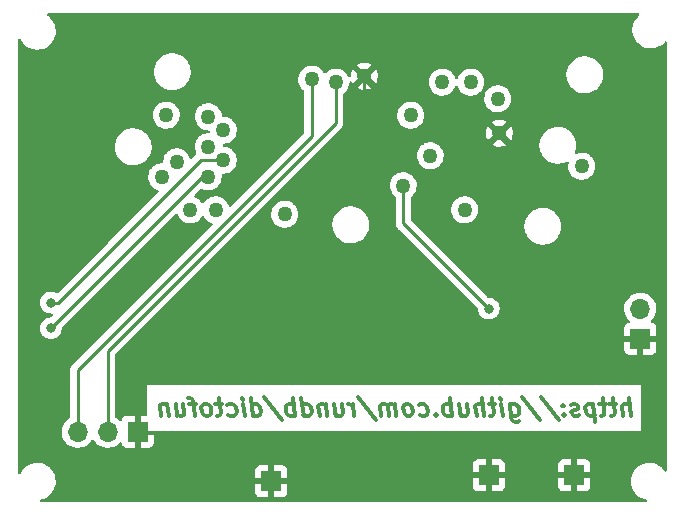
<source format=gbr>
%TF.GenerationSoftware,KiCad,Pcbnew,(6.0.4)*%
%TF.CreationDate,2022-04-30T14:42:06+02:00*%
%TF.ProjectId,test_fixture,74657374-5f66-4697-9874-7572652e6b69,rev?*%
%TF.SameCoordinates,Original*%
%TF.FileFunction,Copper,L2,Bot*%
%TF.FilePolarity,Positive*%
%FSLAX46Y46*%
G04 Gerber Fmt 4.6, Leading zero omitted, Abs format (unit mm)*
G04 Created by KiCad (PCBNEW (6.0.4)) date 2022-04-30 14:42:06*
%MOMM*%
%LPD*%
G01*
G04 APERTURE LIST*
%ADD10C,0.300000*%
%TA.AperFunction,NonConductor*%
%ADD11C,0.300000*%
%TD*%
%TA.AperFunction,ComponentPad*%
%ADD12C,1.270000*%
%TD*%
%TA.AperFunction,ComponentPad*%
%ADD13R,1.700000X1.700000*%
%TD*%
%TA.AperFunction,ComponentPad*%
%ADD14O,1.700000X1.700000*%
%TD*%
%TA.AperFunction,ViaPad*%
%ADD15C,0.800000*%
%TD*%
%TA.AperFunction,Conductor*%
%ADD16C,0.250000*%
%TD*%
G04 APERTURE END LIST*
D10*
D11*
X141192866Y-115613571D02*
X141005366Y-114113571D01*
X140550008Y-115613571D02*
X140451794Y-114827857D01*
X140505366Y-114685000D01*
X140639294Y-114613571D01*
X140853580Y-114613571D01*
X141005366Y-114685000D01*
X141085723Y-114756428D01*
X139925008Y-114613571D02*
X139353580Y-114613571D01*
X139648223Y-114113571D02*
X139808937Y-115399285D01*
X139755366Y-115542142D01*
X139621437Y-115613571D01*
X139478580Y-115613571D01*
X139067866Y-114613571D02*
X138496437Y-114613571D01*
X138791080Y-114113571D02*
X138951794Y-115399285D01*
X138898223Y-115542142D01*
X138764294Y-115613571D01*
X138621437Y-115613571D01*
X137996437Y-114613571D02*
X138183937Y-116113571D01*
X138005366Y-114685000D02*
X137853580Y-114613571D01*
X137567866Y-114613571D01*
X137433937Y-114685000D01*
X137371437Y-114756428D01*
X137317866Y-114899285D01*
X137371437Y-115327857D01*
X137460723Y-115470714D01*
X137541080Y-115542142D01*
X137692866Y-115613571D01*
X137978580Y-115613571D01*
X138112508Y-115542142D01*
X136826794Y-115542142D02*
X136692866Y-115613571D01*
X136407151Y-115613571D01*
X136255366Y-115542142D01*
X136166080Y-115399285D01*
X136157151Y-115327857D01*
X136210723Y-115185000D01*
X136344651Y-115113571D01*
X136558937Y-115113571D01*
X136692866Y-115042142D01*
X136746437Y-114899285D01*
X136737508Y-114827857D01*
X136648223Y-114685000D01*
X136496437Y-114613571D01*
X136282151Y-114613571D01*
X136148223Y-114685000D01*
X135532151Y-115470714D02*
X135469651Y-115542142D01*
X135550008Y-115613571D01*
X135612508Y-115542142D01*
X135532151Y-115470714D01*
X135550008Y-115613571D01*
X135433937Y-114685000D02*
X135371437Y-114756428D01*
X135451794Y-114827857D01*
X135514294Y-114756428D01*
X135433937Y-114685000D01*
X135451794Y-114827857D01*
X133567866Y-114042142D02*
X135094651Y-115970714D01*
X131996437Y-114042142D02*
X133523223Y-115970714D01*
X130925008Y-114613571D02*
X131076794Y-115827857D01*
X131166080Y-115970714D01*
X131246437Y-116042142D01*
X131398223Y-116113571D01*
X131612508Y-116113571D01*
X131746437Y-116042142D01*
X131041080Y-115542142D02*
X131192866Y-115613571D01*
X131478580Y-115613571D01*
X131612508Y-115542142D01*
X131675008Y-115470714D01*
X131728580Y-115327857D01*
X131675008Y-114899285D01*
X131585723Y-114756428D01*
X131505366Y-114685000D01*
X131353580Y-114613571D01*
X131067866Y-114613571D01*
X130933937Y-114685000D01*
X130335723Y-115613571D02*
X130210723Y-114613571D01*
X130148223Y-114113571D02*
X130228580Y-114185000D01*
X130166080Y-114256428D01*
X130085723Y-114185000D01*
X130148223Y-114113571D01*
X130166080Y-114256428D01*
X129710723Y-114613571D02*
X129139294Y-114613571D01*
X129433937Y-114113571D02*
X129594651Y-115399285D01*
X129541080Y-115542142D01*
X129407151Y-115613571D01*
X129264294Y-115613571D01*
X128764294Y-115613571D02*
X128576794Y-114113571D01*
X128121437Y-115613571D02*
X128023223Y-114827857D01*
X128076794Y-114685000D01*
X128210723Y-114613571D01*
X128425008Y-114613571D01*
X128576794Y-114685000D01*
X128657151Y-114756428D01*
X126639294Y-114613571D02*
X126764294Y-115613571D01*
X127282151Y-114613571D02*
X127380366Y-115399285D01*
X127326794Y-115542142D01*
X127192866Y-115613571D01*
X126978580Y-115613571D01*
X126826794Y-115542142D01*
X126746437Y-115470714D01*
X126050008Y-115613571D02*
X125862508Y-114113571D01*
X125933937Y-114685000D02*
X125782151Y-114613571D01*
X125496437Y-114613571D01*
X125362508Y-114685000D01*
X125300008Y-114756428D01*
X125246437Y-114899285D01*
X125300008Y-115327857D01*
X125389294Y-115470714D01*
X125469651Y-115542142D01*
X125621437Y-115613571D01*
X125907151Y-115613571D01*
X126041080Y-115542142D01*
X124675008Y-115470714D02*
X124612508Y-115542142D01*
X124692866Y-115613571D01*
X124755366Y-115542142D01*
X124675008Y-115470714D01*
X124692866Y-115613571D01*
X123326794Y-115542142D02*
X123478580Y-115613571D01*
X123764294Y-115613571D01*
X123898223Y-115542142D01*
X123960723Y-115470714D01*
X124014294Y-115327857D01*
X123960723Y-114899285D01*
X123871437Y-114756428D01*
X123791080Y-114685000D01*
X123639294Y-114613571D01*
X123353580Y-114613571D01*
X123219651Y-114685000D01*
X122478580Y-115613571D02*
X122612508Y-115542142D01*
X122675008Y-115470714D01*
X122728580Y-115327857D01*
X122675008Y-114899285D01*
X122585723Y-114756428D01*
X122505366Y-114685000D01*
X122353580Y-114613571D01*
X122139294Y-114613571D01*
X122005366Y-114685000D01*
X121942866Y-114756428D01*
X121889294Y-114899285D01*
X121942866Y-115327857D01*
X122032151Y-115470714D01*
X122112508Y-115542142D01*
X122264294Y-115613571D01*
X122478580Y-115613571D01*
X121335723Y-115613571D02*
X121210723Y-114613571D01*
X121228580Y-114756428D02*
X121148223Y-114685000D01*
X120996437Y-114613571D01*
X120782151Y-114613571D01*
X120648223Y-114685000D01*
X120594651Y-114827857D01*
X120692866Y-115613571D01*
X120594651Y-114827857D02*
X120505366Y-114685000D01*
X120353580Y-114613571D01*
X120139294Y-114613571D01*
X120005366Y-114685000D01*
X119951794Y-114827857D01*
X120050008Y-115613571D01*
X118067866Y-114042142D02*
X119594651Y-115970714D01*
X117764294Y-115613571D02*
X117639294Y-114613571D01*
X117675008Y-114899285D02*
X117585723Y-114756428D01*
X117505366Y-114685000D01*
X117353580Y-114613571D01*
X117210723Y-114613571D01*
X116067866Y-114613571D02*
X116192866Y-115613571D01*
X116710723Y-114613571D02*
X116808937Y-115399285D01*
X116755366Y-115542142D01*
X116621437Y-115613571D01*
X116407151Y-115613571D01*
X116255366Y-115542142D01*
X116175008Y-115470714D01*
X115353580Y-114613571D02*
X115478580Y-115613571D01*
X115371437Y-114756428D02*
X115291080Y-114685000D01*
X115139294Y-114613571D01*
X114925008Y-114613571D01*
X114791080Y-114685000D01*
X114737508Y-114827857D01*
X114835723Y-115613571D01*
X113478580Y-115613571D02*
X113291080Y-114113571D01*
X113469651Y-115542142D02*
X113621437Y-115613571D01*
X113907151Y-115613571D01*
X114041080Y-115542142D01*
X114103580Y-115470714D01*
X114157151Y-115327857D01*
X114103580Y-114899285D01*
X114014294Y-114756428D01*
X113933937Y-114685000D01*
X113782151Y-114613571D01*
X113496437Y-114613571D01*
X113362508Y-114685000D01*
X112764294Y-115613571D02*
X112576794Y-114113571D01*
X112648223Y-114685000D02*
X112496437Y-114613571D01*
X112210723Y-114613571D01*
X112076794Y-114685000D01*
X112014294Y-114756428D01*
X111960723Y-114899285D01*
X112014294Y-115327857D01*
X112103580Y-115470714D01*
X112183937Y-115542142D01*
X112335723Y-115613571D01*
X112621437Y-115613571D01*
X112755366Y-115542142D01*
X110139294Y-114042142D02*
X111666080Y-115970714D01*
X109192866Y-115613571D02*
X109005366Y-114113571D01*
X109183937Y-115542142D02*
X109335723Y-115613571D01*
X109621437Y-115613571D01*
X109755366Y-115542142D01*
X109817866Y-115470714D01*
X109871437Y-115327857D01*
X109817866Y-114899285D01*
X109728580Y-114756428D01*
X109648223Y-114685000D01*
X109496437Y-114613571D01*
X109210723Y-114613571D01*
X109076794Y-114685000D01*
X108478580Y-115613571D02*
X108353580Y-114613571D01*
X108291080Y-114113571D02*
X108371437Y-114185000D01*
X108308937Y-114256428D01*
X108228580Y-114185000D01*
X108291080Y-114113571D01*
X108308937Y-114256428D01*
X107112508Y-115542142D02*
X107264294Y-115613571D01*
X107550008Y-115613571D01*
X107683937Y-115542142D01*
X107746437Y-115470714D01*
X107800008Y-115327857D01*
X107746437Y-114899285D01*
X107657151Y-114756428D01*
X107576794Y-114685000D01*
X107425008Y-114613571D01*
X107139294Y-114613571D01*
X107005366Y-114685000D01*
X106567866Y-114613571D02*
X105996437Y-114613571D01*
X106291080Y-114113571D02*
X106451794Y-115399285D01*
X106398223Y-115542142D01*
X106264294Y-115613571D01*
X106121437Y-115613571D01*
X105407151Y-115613571D02*
X105541080Y-115542142D01*
X105603580Y-115470714D01*
X105657151Y-115327857D01*
X105603580Y-114899285D01*
X105514294Y-114756428D01*
X105433937Y-114685000D01*
X105282151Y-114613571D01*
X105067866Y-114613571D01*
X104933937Y-114685000D01*
X104871437Y-114756428D01*
X104817866Y-114899285D01*
X104871437Y-115327857D01*
X104960723Y-115470714D01*
X105041080Y-115542142D01*
X105192866Y-115613571D01*
X105407151Y-115613571D01*
X104353580Y-114613571D02*
X103782151Y-114613571D01*
X104264294Y-115613571D02*
X104103580Y-114327857D01*
X104014294Y-114185000D01*
X103862508Y-114113571D01*
X103719651Y-114113571D01*
X102639294Y-114613571D02*
X102764294Y-115613571D01*
X103282151Y-114613571D02*
X103380366Y-115399285D01*
X103326794Y-115542142D01*
X103192866Y-115613571D01*
X102978580Y-115613571D01*
X102826794Y-115542142D01*
X102746437Y-115470714D01*
X101925008Y-114613571D02*
X102050008Y-115613571D01*
X101942866Y-114756428D02*
X101862508Y-114685000D01*
X101710723Y-114613571D01*
X101496437Y-114613571D01*
X101362508Y-114685000D01*
X101308937Y-114827857D01*
X101407151Y-115613571D01*
D12*
%TO.P,POGO19,1,Pin_1*%
%TO.N,/CHRG_IN*%
X137033000Y-94488000D03*
%TD*%
%TO.P,POGO16,1,Pin_1*%
%TO.N,/P3.3V*%
X121920000Y-96139000D03*
%TD*%
%TO.P,POGO11,1,Pin_1*%
%TO.N,/PDM_CLK*%
X106045000Y-98171000D03*
%TD*%
%TO.P,POGO10,1,Pin_1*%
%TO.N,/SPI_CLK*%
X122555000Y-90170000D03*
%TD*%
D13*
%TO.P,J1,1,Pin_1*%
%TO.N,GNDD*%
X99426000Y-116967000D03*
D14*
%TO.P,J1,2,Pin_2*%
%TO.N,/UART_TX*%
X96886000Y-116967000D03*
%TO.P,J1,3,Pin_3*%
%TO.N,/UART_RX*%
X94346000Y-116967000D03*
%TD*%
D13*
%TO.P,J6,1,Pin_1*%
%TO.N,GNDD*%
X136398000Y-120650000D03*
%TD*%
D12*
%TO.P,POGO5,1,Pin_1*%
%TO.N,/UART_TX*%
X116205000Y-87376000D03*
%TD*%
%TO.P,POGO7,1,Pin_1*%
%TO.N,/SPI_MOSI*%
X124206000Y-93599000D03*
%TD*%
%TO.P,POGO15,1,Pin_1*%
%TO.N,/LDO_EN*%
X127127000Y-98171000D03*
%TD*%
%TO.P,POGO13,1,Pin_1*%
%TO.N,/POWER_VBAT*%
X129921000Y-88773000D03*
%TD*%
%TO.P,POGO17,1,Pin_1*%
%TO.N,/DEC_CAP*%
X111887000Y-98552000D03*
%TD*%
%TO.P,POGO18,1,Pin_1*%
%TO.N,Net-(J3-Pad8)*%
X106680000Y-91440000D03*
%TD*%
%TO.P,POGO1,1,Pin_1*%
%TO.N,/UART_RX*%
X114173000Y-87122000D03*
%TD*%
%TO.P,POGO2,1,Pin_1*%
%TO.N,/VTREF*%
X101473000Y-95377000D03*
%TD*%
%TO.P,POGO14,1,Pin_1*%
%TO.N,GNDD*%
X118618000Y-86868000D03*
%TD*%
D13*
%TO.P,J2,1,Pin_1*%
%TO.N,GNDD*%
X141986000Y-109093000D03*
D14*
%TO.P,J2,2,Pin_2*%
%TO.N,/POWER_VBAT*%
X141986000Y-106553000D03*
%TD*%
D12*
%TO.P,POGO21,1,Pin_1*%
%TO.N,/SWDCLK*%
X106680000Y-93980000D03*
%TD*%
%TO.P,POGO20,1,Pin_1*%
%TO.N,/RESET*%
X105410000Y-90297000D03*
%TD*%
%TO.P,POGO9,1,Pin_1*%
%TO.N,/SPI_CS*%
X125222000Y-87376000D03*
%TD*%
%TO.P,POGO12,1,Pin_1*%
%TO.N,/PDM_DATA*%
X103886000Y-98171000D03*
%TD*%
%TO.P,POGO6,1,Pin_1*%
%TO.N,GNDD*%
X130048000Y-91694000D03*
%TD*%
D13*
%TO.P,J5,1,Pin_1*%
%TO.N,GNDD*%
X129159000Y-120650000D03*
%TD*%
D12*
%TO.P,POGO23,1,Pin_1*%
%TO.N,/SWO*%
X105410000Y-92837000D03*
%TD*%
%TO.P,POGO8,1,Pin_1*%
%TO.N,/SPI_MISO*%
X127635000Y-87376000D03*
%TD*%
%TO.P,POGO4,1,Pin_1*%
%TO.N,Net-(J3-Pad9)*%
X101854000Y-90170000D03*
%TD*%
D13*
%TO.P,J4,1,Pin_1*%
%TO.N,GNDD*%
X110744000Y-121158000D03*
%TD*%
D12*
%TO.P,POGO22,1,Pin_1*%
%TO.N,/SWDIO*%
X105410000Y-95377000D03*
%TD*%
%TO.P,POGO3,1,Pin_1*%
%TO.N,Net-(J3-Pad3)*%
X102743000Y-94107000D03*
%TD*%
D15*
%TO.N,/SWDIO*%
X92075000Y-108204000D03*
%TO.N,/SWDCLK*%
X92075000Y-106045000D03*
%TO.N,/P3.3V*%
X129159000Y-106553000D03*
%TD*%
D16*
%TO.N,GNDD*%
X99426000Y-108727000D02*
X99426000Y-116967000D01*
X118618000Y-86868000D02*
X118618000Y-89535000D01*
X118618000Y-89535000D02*
X99426000Y-108727000D01*
%TO.N,/UART_TX*%
X96886000Y-110124000D02*
X96886000Y-116967000D01*
X116205000Y-87376000D02*
X116205000Y-90805000D01*
X116205000Y-90805000D02*
X96886000Y-110124000D01*
%TO.N,/UART_RX*%
X114173000Y-91948000D02*
X94346000Y-111775000D01*
X94346000Y-111775000D02*
X94346000Y-116967000D01*
X114173000Y-87122000D02*
X114173000Y-91948000D01*
%TO.N,/SWDIO*%
X104902000Y-95377000D02*
X105410000Y-95377000D01*
X92075000Y-108204000D02*
X104902000Y-95377000D01*
%TO.N,/SWDCLK*%
X104775000Y-93980000D02*
X106680000Y-93980000D01*
X92710000Y-106045000D02*
X104775000Y-93980000D01*
X92075000Y-106045000D02*
X92710000Y-106045000D01*
%TO.N,/P3.3V*%
X121920000Y-99314000D02*
X121920000Y-96139000D01*
X129159000Y-106553000D02*
X121920000Y-99314000D01*
%TD*%
%TA.AperFunction,Conductor*%
%TO.N,GNDD*%
G36*
X141836960Y-81554502D02*
G01*
X141883453Y-81608158D01*
X141893557Y-81678432D01*
X141864063Y-81743012D01*
X141852164Y-81755014D01*
X141797383Y-81803310D01*
X141750262Y-81844853D01*
X141591076Y-82038649D01*
X141464922Y-82255404D01*
X141463109Y-82260127D01*
X141463108Y-82260129D01*
X141453297Y-82285687D01*
X141375045Y-82489539D01*
X141374012Y-82494485D01*
X141374010Y-82494491D01*
X141330490Y-82702814D01*
X141323759Y-82735033D01*
X141323530Y-82740082D01*
X141323529Y-82740088D01*
X141322884Y-82754301D01*
X141312382Y-82985568D01*
X141312963Y-82990588D01*
X141312963Y-82990592D01*
X141325924Y-83102607D01*
X141341208Y-83234699D01*
X141409494Y-83476017D01*
X141411628Y-83480592D01*
X141411630Y-83480599D01*
X141504343Y-83679422D01*
X141515484Y-83703313D01*
X141518326Y-83707494D01*
X141518326Y-83707495D01*
X141653605Y-83906552D01*
X141653608Y-83906556D01*
X141656451Y-83910739D01*
X141659928Y-83914416D01*
X141659929Y-83914417D01*
X141760238Y-84020491D01*
X141828767Y-84092959D01*
X141832793Y-84096037D01*
X141832794Y-84096038D01*
X142023981Y-84242212D01*
X142023985Y-84242215D01*
X142028001Y-84245285D01*
X142032459Y-84247675D01*
X142032460Y-84247676D01*
X142153723Y-84312696D01*
X142249026Y-84363797D01*
X142253807Y-84365443D01*
X142253811Y-84365445D01*
X142473073Y-84440943D01*
X142486156Y-84445448D01*
X142589689Y-84463331D01*
X142729380Y-84487460D01*
X142729386Y-84487461D01*
X142733290Y-84488135D01*
X142737251Y-84488315D01*
X142737252Y-84488315D01*
X142761931Y-84489436D01*
X142761950Y-84489436D01*
X142763350Y-84489500D01*
X142938015Y-84489500D01*
X142940523Y-84489298D01*
X142940528Y-84489298D01*
X143119944Y-84474863D01*
X143119949Y-84474862D01*
X143124985Y-84474457D01*
X143129893Y-84473252D01*
X143129896Y-84473251D01*
X143363625Y-84415841D01*
X143368539Y-84414634D01*
X143373191Y-84412659D01*
X143373195Y-84412658D01*
X143594741Y-84318617D01*
X143594742Y-84318617D01*
X143599396Y-84316641D01*
X143811615Y-84183000D01*
X143999738Y-84017147D01*
X144048138Y-83958224D01*
X144106830Y-83918283D01*
X144177802Y-83916413D01*
X144238518Y-83953210D01*
X144269702Y-84016992D01*
X144271500Y-84038202D01*
X144271500Y-120217413D01*
X144251498Y-120285534D01*
X144197842Y-120332027D01*
X144127568Y-120342131D01*
X144062988Y-120312637D01*
X144041288Y-120288236D01*
X143969395Y-120182448D01*
X143969392Y-120182444D01*
X143966549Y-120178261D01*
X143865925Y-120071853D01*
X143797713Y-119999721D01*
X143794233Y-119996041D01*
X143720562Y-119939715D01*
X143599019Y-119846788D01*
X143599015Y-119846785D01*
X143594999Y-119843715D01*
X143514163Y-119800371D01*
X143378435Y-119727595D01*
X143373974Y-119725203D01*
X143369193Y-119723557D01*
X143369189Y-119723555D01*
X143141633Y-119645201D01*
X143136844Y-119643552D01*
X143033311Y-119625669D01*
X142893620Y-119601540D01*
X142893614Y-119601539D01*
X142889710Y-119600865D01*
X142885749Y-119600685D01*
X142885748Y-119600685D01*
X142861069Y-119599564D01*
X142861050Y-119599564D01*
X142859650Y-119599500D01*
X142684985Y-119599500D01*
X142682477Y-119599702D01*
X142682472Y-119599702D01*
X142503056Y-119614137D01*
X142503051Y-119614138D01*
X142498015Y-119614543D01*
X142493107Y-119615748D01*
X142493104Y-119615749D01*
X142261326Y-119672680D01*
X142254461Y-119674366D01*
X142249809Y-119676341D01*
X142249805Y-119676342D01*
X142063719Y-119755331D01*
X142023604Y-119772359D01*
X141811385Y-119906000D01*
X141623262Y-120071853D01*
X141464076Y-120265649D01*
X141337922Y-120482404D01*
X141336109Y-120487127D01*
X141336108Y-120487129D01*
X141309467Y-120556530D01*
X141248045Y-120716539D01*
X141247012Y-120721485D01*
X141247010Y-120721491D01*
X141208282Y-120906876D01*
X141196759Y-120962033D01*
X141185382Y-121212568D01*
X141214208Y-121461699D01*
X141215587Y-121466573D01*
X141215588Y-121466577D01*
X141258325Y-121617606D01*
X141282494Y-121703017D01*
X141284628Y-121707592D01*
X141284630Y-121707599D01*
X141362526Y-121874646D01*
X141388484Y-121930313D01*
X141391326Y-121934494D01*
X141391326Y-121934495D01*
X141526605Y-122133552D01*
X141526608Y-122133556D01*
X141529451Y-122137739D01*
X141532928Y-122141416D01*
X141532929Y-122141417D01*
X141631879Y-122246054D01*
X141701767Y-122319959D01*
X141705793Y-122323037D01*
X141705794Y-122323038D01*
X141896981Y-122469212D01*
X141896985Y-122469215D01*
X141901001Y-122472285D01*
X141905459Y-122474675D01*
X141905460Y-122474676D01*
X142029048Y-122540943D01*
X142122026Y-122590797D01*
X142126807Y-122592443D01*
X142126811Y-122592445D01*
X142352538Y-122670169D01*
X142359156Y-122672448D01*
X142433788Y-122685339D01*
X142497510Y-122716643D01*
X142534192Y-122777430D01*
X142532188Y-122848398D01*
X142492133Y-122907016D01*
X142426745Y-122934674D01*
X142412342Y-122935500D01*
X91270340Y-122935500D01*
X91202219Y-122915498D01*
X91155726Y-122861842D01*
X91145622Y-122791568D01*
X91175116Y-122726988D01*
X91240285Y-122687137D01*
X91420625Y-122642841D01*
X91425539Y-122641634D01*
X91430191Y-122639659D01*
X91430195Y-122639658D01*
X91651741Y-122545617D01*
X91651742Y-122545617D01*
X91656396Y-122543641D01*
X91868615Y-122410000D01*
X92056738Y-122244147D01*
X92214020Y-122052669D01*
X109386001Y-122052669D01*
X109386371Y-122059490D01*
X109391895Y-122110352D01*
X109395521Y-122125604D01*
X109440676Y-122246054D01*
X109449214Y-122261649D01*
X109525715Y-122363724D01*
X109538276Y-122376285D01*
X109640351Y-122452786D01*
X109655946Y-122461324D01*
X109776394Y-122506478D01*
X109791649Y-122510105D01*
X109842514Y-122515631D01*
X109849328Y-122516000D01*
X110471885Y-122516000D01*
X110487124Y-122511525D01*
X110488329Y-122510135D01*
X110490000Y-122502452D01*
X110490000Y-122497884D01*
X110998000Y-122497884D01*
X111002475Y-122513123D01*
X111003865Y-122514328D01*
X111011548Y-122515999D01*
X111638669Y-122515999D01*
X111645490Y-122515629D01*
X111696352Y-122510105D01*
X111711604Y-122506479D01*
X111832054Y-122461324D01*
X111847649Y-122452786D01*
X111949724Y-122376285D01*
X111962285Y-122363724D01*
X112038786Y-122261649D01*
X112047324Y-122246054D01*
X112092478Y-122125606D01*
X112096105Y-122110351D01*
X112101631Y-122059486D01*
X112102000Y-122052672D01*
X112102000Y-121544669D01*
X127801001Y-121544669D01*
X127801371Y-121551490D01*
X127806895Y-121602352D01*
X127810521Y-121617604D01*
X127855676Y-121738054D01*
X127864214Y-121753649D01*
X127940715Y-121855724D01*
X127953276Y-121868285D01*
X128055351Y-121944786D01*
X128070946Y-121953324D01*
X128191394Y-121998478D01*
X128206649Y-122002105D01*
X128257514Y-122007631D01*
X128264328Y-122008000D01*
X128886885Y-122008000D01*
X128902124Y-122003525D01*
X128903329Y-122002135D01*
X128905000Y-121994452D01*
X128905000Y-121989884D01*
X129413000Y-121989884D01*
X129417475Y-122005123D01*
X129418865Y-122006328D01*
X129426548Y-122007999D01*
X130053669Y-122007999D01*
X130060490Y-122007629D01*
X130111352Y-122002105D01*
X130126604Y-121998479D01*
X130247054Y-121953324D01*
X130262649Y-121944786D01*
X130364724Y-121868285D01*
X130377285Y-121855724D01*
X130453786Y-121753649D01*
X130462324Y-121738054D01*
X130507478Y-121617606D01*
X130511105Y-121602351D01*
X130516631Y-121551486D01*
X130517000Y-121544672D01*
X130517000Y-121544669D01*
X135040001Y-121544669D01*
X135040371Y-121551490D01*
X135045895Y-121602352D01*
X135049521Y-121617604D01*
X135094676Y-121738054D01*
X135103214Y-121753649D01*
X135179715Y-121855724D01*
X135192276Y-121868285D01*
X135294351Y-121944786D01*
X135309946Y-121953324D01*
X135430394Y-121998478D01*
X135445649Y-122002105D01*
X135496514Y-122007631D01*
X135503328Y-122008000D01*
X136125885Y-122008000D01*
X136141124Y-122003525D01*
X136142329Y-122002135D01*
X136144000Y-121994452D01*
X136144000Y-121989884D01*
X136652000Y-121989884D01*
X136656475Y-122005123D01*
X136657865Y-122006328D01*
X136665548Y-122007999D01*
X137292669Y-122007999D01*
X137299490Y-122007629D01*
X137350352Y-122002105D01*
X137365604Y-121998479D01*
X137486054Y-121953324D01*
X137501649Y-121944786D01*
X137603724Y-121868285D01*
X137616285Y-121855724D01*
X137692786Y-121753649D01*
X137701324Y-121738054D01*
X137746478Y-121617606D01*
X137750105Y-121602351D01*
X137755631Y-121551486D01*
X137756000Y-121544672D01*
X137756000Y-120922115D01*
X137751525Y-120906876D01*
X137750135Y-120905671D01*
X137742452Y-120904000D01*
X136670115Y-120904000D01*
X136654876Y-120908475D01*
X136653671Y-120909865D01*
X136652000Y-120917548D01*
X136652000Y-121989884D01*
X136144000Y-121989884D01*
X136144000Y-120922115D01*
X136139525Y-120906876D01*
X136138135Y-120905671D01*
X136130452Y-120904000D01*
X135058116Y-120904000D01*
X135042877Y-120908475D01*
X135041672Y-120909865D01*
X135040001Y-120917548D01*
X135040001Y-121544669D01*
X130517000Y-121544669D01*
X130517000Y-120922115D01*
X130512525Y-120906876D01*
X130511135Y-120905671D01*
X130503452Y-120904000D01*
X129431115Y-120904000D01*
X129415876Y-120908475D01*
X129414671Y-120909865D01*
X129413000Y-120917548D01*
X129413000Y-121989884D01*
X128905000Y-121989884D01*
X128905000Y-120922115D01*
X128900525Y-120906876D01*
X128899135Y-120905671D01*
X128891452Y-120904000D01*
X127819116Y-120904000D01*
X127803877Y-120908475D01*
X127802672Y-120909865D01*
X127801001Y-120917548D01*
X127801001Y-121544669D01*
X112102000Y-121544669D01*
X112102000Y-121430115D01*
X112097525Y-121414876D01*
X112096135Y-121413671D01*
X112088452Y-121412000D01*
X111016115Y-121412000D01*
X111000876Y-121416475D01*
X110999671Y-121417865D01*
X110998000Y-121425548D01*
X110998000Y-122497884D01*
X110490000Y-122497884D01*
X110490000Y-121430115D01*
X110485525Y-121414876D01*
X110484135Y-121413671D01*
X110476452Y-121412000D01*
X109404116Y-121412000D01*
X109388877Y-121416475D01*
X109387672Y-121417865D01*
X109386001Y-121425548D01*
X109386001Y-122052669D01*
X92214020Y-122052669D01*
X92215924Y-122050351D01*
X92342078Y-121833596D01*
X92374196Y-121749928D01*
X92430143Y-121604181D01*
X92431955Y-121599461D01*
X92441978Y-121551486D01*
X92482206Y-121358921D01*
X92483241Y-121353967D01*
X92494618Y-121103432D01*
X92469446Y-120885885D01*
X109386000Y-120885885D01*
X109390475Y-120901124D01*
X109391865Y-120902329D01*
X109399548Y-120904000D01*
X110471885Y-120904000D01*
X110487124Y-120899525D01*
X110488329Y-120898135D01*
X110490000Y-120890452D01*
X110490000Y-120885885D01*
X110998000Y-120885885D01*
X111002475Y-120901124D01*
X111003865Y-120902329D01*
X111011548Y-120904000D01*
X112083884Y-120904000D01*
X112099123Y-120899525D01*
X112100328Y-120898135D01*
X112101999Y-120890452D01*
X112101999Y-120377885D01*
X127801000Y-120377885D01*
X127805475Y-120393124D01*
X127806865Y-120394329D01*
X127814548Y-120396000D01*
X128886885Y-120396000D01*
X128902124Y-120391525D01*
X128903329Y-120390135D01*
X128905000Y-120382452D01*
X128905000Y-120377885D01*
X129413000Y-120377885D01*
X129417475Y-120393124D01*
X129418865Y-120394329D01*
X129426548Y-120396000D01*
X130498884Y-120396000D01*
X130514123Y-120391525D01*
X130515328Y-120390135D01*
X130516999Y-120382452D01*
X130516999Y-120377885D01*
X135040000Y-120377885D01*
X135044475Y-120393124D01*
X135045865Y-120394329D01*
X135053548Y-120396000D01*
X136125885Y-120396000D01*
X136141124Y-120391525D01*
X136142329Y-120390135D01*
X136144000Y-120382452D01*
X136144000Y-120377885D01*
X136652000Y-120377885D01*
X136656475Y-120393124D01*
X136657865Y-120394329D01*
X136665548Y-120396000D01*
X137737884Y-120396000D01*
X137753123Y-120391525D01*
X137754328Y-120390135D01*
X137755999Y-120382452D01*
X137755999Y-119755331D01*
X137755629Y-119748510D01*
X137750105Y-119697648D01*
X137746479Y-119682396D01*
X137701324Y-119561946D01*
X137692786Y-119546351D01*
X137616285Y-119444276D01*
X137603724Y-119431715D01*
X137501649Y-119355214D01*
X137486054Y-119346676D01*
X137365606Y-119301522D01*
X137350351Y-119297895D01*
X137299486Y-119292369D01*
X137292672Y-119292000D01*
X136670115Y-119292000D01*
X136654876Y-119296475D01*
X136653671Y-119297865D01*
X136652000Y-119305548D01*
X136652000Y-120377885D01*
X136144000Y-120377885D01*
X136144000Y-119310116D01*
X136139525Y-119294877D01*
X136138135Y-119293672D01*
X136130452Y-119292001D01*
X135503331Y-119292001D01*
X135496510Y-119292371D01*
X135445648Y-119297895D01*
X135430396Y-119301521D01*
X135309946Y-119346676D01*
X135294351Y-119355214D01*
X135192276Y-119431715D01*
X135179715Y-119444276D01*
X135103214Y-119546351D01*
X135094676Y-119561946D01*
X135049522Y-119682394D01*
X135045895Y-119697649D01*
X135040369Y-119748514D01*
X135040000Y-119755328D01*
X135040000Y-120377885D01*
X130516999Y-120377885D01*
X130516999Y-119755331D01*
X130516629Y-119748510D01*
X130511105Y-119697648D01*
X130507479Y-119682396D01*
X130462324Y-119561946D01*
X130453786Y-119546351D01*
X130377285Y-119444276D01*
X130364724Y-119431715D01*
X130262649Y-119355214D01*
X130247054Y-119346676D01*
X130126606Y-119301522D01*
X130111351Y-119297895D01*
X130060486Y-119292369D01*
X130053672Y-119292000D01*
X129431115Y-119292000D01*
X129415876Y-119296475D01*
X129414671Y-119297865D01*
X129413000Y-119305548D01*
X129413000Y-120377885D01*
X128905000Y-120377885D01*
X128905000Y-119310116D01*
X128900525Y-119294877D01*
X128899135Y-119293672D01*
X128891452Y-119292001D01*
X128264331Y-119292001D01*
X128257510Y-119292371D01*
X128206648Y-119297895D01*
X128191396Y-119301521D01*
X128070946Y-119346676D01*
X128055351Y-119355214D01*
X127953276Y-119431715D01*
X127940715Y-119444276D01*
X127864214Y-119546351D01*
X127855676Y-119561946D01*
X127810522Y-119682394D01*
X127806895Y-119697649D01*
X127801369Y-119748514D01*
X127801000Y-119755328D01*
X127801000Y-120377885D01*
X112101999Y-120377885D01*
X112101999Y-120263331D01*
X112101629Y-120256510D01*
X112096105Y-120205648D01*
X112092479Y-120190396D01*
X112047324Y-120069946D01*
X112038786Y-120054351D01*
X111962285Y-119952276D01*
X111949724Y-119939715D01*
X111847649Y-119863214D01*
X111832054Y-119854676D01*
X111711606Y-119809522D01*
X111696351Y-119805895D01*
X111645486Y-119800369D01*
X111638672Y-119800000D01*
X111016115Y-119800000D01*
X111000876Y-119804475D01*
X110999671Y-119805865D01*
X110998000Y-119813548D01*
X110998000Y-120885885D01*
X110490000Y-120885885D01*
X110490000Y-119818116D01*
X110485525Y-119802877D01*
X110484135Y-119801672D01*
X110476452Y-119800001D01*
X109849331Y-119800001D01*
X109842510Y-119800371D01*
X109791648Y-119805895D01*
X109776396Y-119809521D01*
X109655946Y-119854676D01*
X109640351Y-119863214D01*
X109538276Y-119939715D01*
X109525715Y-119952276D01*
X109449214Y-120054351D01*
X109440676Y-120069946D01*
X109395522Y-120190394D01*
X109391895Y-120205649D01*
X109386369Y-120256514D01*
X109386000Y-120263328D01*
X109386000Y-120885885D01*
X92469446Y-120885885D01*
X92465792Y-120854301D01*
X92426810Y-120716539D01*
X92398884Y-120617852D01*
X92398883Y-120617850D01*
X92397506Y-120612983D01*
X92395372Y-120608408D01*
X92395370Y-120608401D01*
X92293653Y-120390269D01*
X92293651Y-120390265D01*
X92291516Y-120385687D01*
X92223452Y-120285534D01*
X92153395Y-120182448D01*
X92153392Y-120182444D01*
X92150549Y-120178261D01*
X92049925Y-120071853D01*
X91981713Y-119999721D01*
X91978233Y-119996041D01*
X91904562Y-119939715D01*
X91783019Y-119846788D01*
X91783015Y-119846785D01*
X91778999Y-119843715D01*
X91698163Y-119800371D01*
X91562435Y-119727595D01*
X91557974Y-119725203D01*
X91553193Y-119723557D01*
X91553189Y-119723555D01*
X91325633Y-119645201D01*
X91320844Y-119643552D01*
X91217311Y-119625669D01*
X91077620Y-119601540D01*
X91077614Y-119601539D01*
X91073710Y-119600865D01*
X91069749Y-119600685D01*
X91069748Y-119600685D01*
X91045069Y-119599564D01*
X91045050Y-119599564D01*
X91043650Y-119599500D01*
X90868985Y-119599500D01*
X90866477Y-119599702D01*
X90866472Y-119599702D01*
X90687056Y-119614137D01*
X90687051Y-119614138D01*
X90682015Y-119614543D01*
X90677107Y-119615748D01*
X90677104Y-119615749D01*
X90445326Y-119672680D01*
X90438461Y-119674366D01*
X90433809Y-119676341D01*
X90433805Y-119676342D01*
X90247719Y-119755331D01*
X90207604Y-119772359D01*
X89995385Y-119906000D01*
X89807262Y-120071853D01*
X89648076Y-120265649D01*
X89521922Y-120482404D01*
X89520776Y-120485388D01*
X89473657Y-120537786D01*
X89405179Y-120556530D01*
X89337439Y-120535276D01*
X89291942Y-120480774D01*
X89281500Y-120430551D01*
X89281500Y-108204000D01*
X91161496Y-108204000D01*
X91181458Y-108393928D01*
X91240473Y-108575556D01*
X91335960Y-108740944D01*
X91340378Y-108745851D01*
X91340379Y-108745852D01*
X91421660Y-108836124D01*
X91463747Y-108882866D01*
X91618248Y-108995118D01*
X91624276Y-108997802D01*
X91624278Y-108997803D01*
X91786681Y-109070109D01*
X91792712Y-109072794D01*
X91886113Y-109092647D01*
X91973056Y-109111128D01*
X91973061Y-109111128D01*
X91979513Y-109112500D01*
X92170487Y-109112500D01*
X92176939Y-109111128D01*
X92176944Y-109111128D01*
X92263888Y-109092647D01*
X92357288Y-109072794D01*
X92363319Y-109070109D01*
X92525722Y-108997803D01*
X92525724Y-108997802D01*
X92531752Y-108995118D01*
X92686253Y-108882866D01*
X92728340Y-108836124D01*
X92809621Y-108745852D01*
X92809622Y-108745851D01*
X92814040Y-108740944D01*
X92909527Y-108575556D01*
X92968542Y-108393928D01*
X92985907Y-108228706D01*
X93012920Y-108163050D01*
X93022122Y-108152782D01*
X102617922Y-98556982D01*
X102680234Y-98522956D01*
X102751049Y-98528021D01*
X102807885Y-98570568D01*
X102821441Y-98593322D01*
X102891457Y-98745199D01*
X102894788Y-98749912D01*
X102894789Y-98749914D01*
X103009416Y-98912106D01*
X103012751Y-98916825D01*
X103163289Y-99063474D01*
X103168085Y-99066679D01*
X103168088Y-99066681D01*
X103266478Y-99132423D01*
X103338031Y-99180233D01*
X103343339Y-99182514D01*
X103343340Y-99182514D01*
X103525822Y-99260914D01*
X103525825Y-99260915D01*
X103531125Y-99263192D01*
X103536754Y-99264466D01*
X103536755Y-99264466D01*
X103730467Y-99308299D01*
X103730473Y-99308300D01*
X103736104Y-99309574D01*
X103741875Y-99309801D01*
X103741877Y-99309801D01*
X103805433Y-99312298D01*
X103946103Y-99317825D01*
X104154088Y-99287669D01*
X104159552Y-99285814D01*
X104159557Y-99285813D01*
X104347624Y-99221973D01*
X104347629Y-99221971D01*
X104353096Y-99220115D01*
X104376683Y-99206906D01*
X104430042Y-99177023D01*
X104536460Y-99117426D01*
X104698041Y-98983041D01*
X104832426Y-98821460D01*
X104855068Y-98781030D01*
X104905804Y-98731370D01*
X104975336Y-98717023D01*
X105041586Y-98742545D01*
X105067898Y-98769878D01*
X105168415Y-98912106D01*
X105168419Y-98912111D01*
X105171751Y-98916825D01*
X105322289Y-99063474D01*
X105327085Y-99066679D01*
X105327088Y-99066681D01*
X105425478Y-99132423D01*
X105497031Y-99180233D01*
X105502339Y-99182514D01*
X105502340Y-99182514D01*
X105684819Y-99260913D01*
X105684825Y-99260915D01*
X105690125Y-99263192D01*
X105695755Y-99264466D01*
X105700123Y-99265885D01*
X105758729Y-99305958D01*
X105786366Y-99371355D01*
X105774259Y-99441312D01*
X105750282Y-99474813D01*
X93953747Y-111271348D01*
X93945461Y-111278888D01*
X93938982Y-111283000D01*
X93933557Y-111288777D01*
X93892357Y-111332651D01*
X93889602Y-111335493D01*
X93869865Y-111355230D01*
X93867385Y-111358427D01*
X93859682Y-111367447D01*
X93829414Y-111399679D01*
X93825595Y-111406625D01*
X93825593Y-111406628D01*
X93819652Y-111417434D01*
X93808801Y-111433953D01*
X93796386Y-111449959D01*
X93793241Y-111457228D01*
X93793238Y-111457232D01*
X93778826Y-111490537D01*
X93773609Y-111501187D01*
X93752305Y-111539940D01*
X93750334Y-111547615D01*
X93750334Y-111547616D01*
X93747267Y-111559562D01*
X93740863Y-111578266D01*
X93732819Y-111596855D01*
X93731580Y-111604678D01*
X93731577Y-111604688D01*
X93725901Y-111640524D01*
X93723495Y-111652144D01*
X93712500Y-111694970D01*
X93712500Y-111715224D01*
X93710949Y-111734934D01*
X93707780Y-111754943D01*
X93708526Y-111762835D01*
X93711941Y-111798961D01*
X93712500Y-111810819D01*
X93712500Y-115688692D01*
X93692498Y-115756813D01*
X93644683Y-115800453D01*
X93619607Y-115813507D01*
X93615474Y-115816610D01*
X93615471Y-115816612D01*
X93532450Y-115878946D01*
X93440965Y-115947635D01*
X93286629Y-116109138D01*
X93160743Y-116293680D01*
X93066688Y-116496305D01*
X93006989Y-116711570D01*
X92983251Y-116933695D01*
X92996110Y-117156715D01*
X92997247Y-117161761D01*
X92997248Y-117161767D01*
X93011606Y-117225475D01*
X93045222Y-117374639D01*
X93129266Y-117581616D01*
X93180942Y-117665944D01*
X93243291Y-117767688D01*
X93245987Y-117772088D01*
X93392250Y-117940938D01*
X93564126Y-118083632D01*
X93757000Y-118196338D01*
X93965692Y-118276030D01*
X93970760Y-118277061D01*
X93970763Y-118277062D01*
X94078017Y-118298883D01*
X94184597Y-118320567D01*
X94189772Y-118320757D01*
X94189774Y-118320757D01*
X94402673Y-118328564D01*
X94402677Y-118328564D01*
X94407837Y-118328753D01*
X94412957Y-118328097D01*
X94412959Y-118328097D01*
X94624288Y-118301025D01*
X94624289Y-118301025D01*
X94629416Y-118300368D01*
X94634366Y-118298883D01*
X94838429Y-118237661D01*
X94838434Y-118237659D01*
X94843384Y-118236174D01*
X95043994Y-118137896D01*
X95225860Y-118008173D01*
X95384096Y-117850489D01*
X95443594Y-117767689D01*
X95514453Y-117669077D01*
X95515776Y-117670028D01*
X95562645Y-117626857D01*
X95632580Y-117614625D01*
X95698026Y-117642144D01*
X95725875Y-117673994D01*
X95785987Y-117772088D01*
X95932250Y-117940938D01*
X96104126Y-118083632D01*
X96297000Y-118196338D01*
X96505692Y-118276030D01*
X96510760Y-118277061D01*
X96510763Y-118277062D01*
X96618017Y-118298883D01*
X96724597Y-118320567D01*
X96729772Y-118320757D01*
X96729774Y-118320757D01*
X96942673Y-118328564D01*
X96942677Y-118328564D01*
X96947837Y-118328753D01*
X96952957Y-118328097D01*
X96952959Y-118328097D01*
X97164288Y-118301025D01*
X97164289Y-118301025D01*
X97169416Y-118300368D01*
X97174366Y-118298883D01*
X97378429Y-118237661D01*
X97378434Y-118237659D01*
X97383384Y-118236174D01*
X97583994Y-118137896D01*
X97765860Y-118008173D01*
X97833331Y-117940938D01*
X97874479Y-117899933D01*
X97936851Y-117866017D01*
X98007658Y-117871205D01*
X98064419Y-117913851D01*
X98081401Y-117944954D01*
X98122676Y-118055054D01*
X98131214Y-118070649D01*
X98207715Y-118172724D01*
X98220276Y-118185285D01*
X98322351Y-118261786D01*
X98337946Y-118270324D01*
X98458394Y-118315478D01*
X98473649Y-118319105D01*
X98524514Y-118324631D01*
X98531328Y-118325000D01*
X99153885Y-118325000D01*
X99169124Y-118320525D01*
X99170329Y-118319135D01*
X99172000Y-118311452D01*
X99172000Y-118306884D01*
X99680000Y-118306884D01*
X99684475Y-118322123D01*
X99685865Y-118323328D01*
X99693548Y-118324999D01*
X100320669Y-118324999D01*
X100327490Y-118324629D01*
X100378352Y-118319105D01*
X100393604Y-118315479D01*
X100514054Y-118270324D01*
X100529649Y-118261786D01*
X100631724Y-118185285D01*
X100644285Y-118172724D01*
X100720786Y-118070649D01*
X100729324Y-118055054D01*
X100774478Y-117934606D01*
X100778105Y-117919351D01*
X100783631Y-117868486D01*
X100784000Y-117861672D01*
X100784000Y-117239115D01*
X100779525Y-117223876D01*
X100778135Y-117222671D01*
X100770452Y-117221000D01*
X99698115Y-117221000D01*
X99682876Y-117225475D01*
X99681671Y-117226865D01*
X99680000Y-117234548D01*
X99680000Y-118306884D01*
X99172000Y-118306884D01*
X99172000Y-116694885D01*
X99680000Y-116694885D01*
X99684475Y-116710124D01*
X99685865Y-116711329D01*
X99693548Y-116713000D01*
X100123500Y-116713000D01*
X100191621Y-116733002D01*
X100238114Y-116786658D01*
X100249500Y-116839000D01*
X100249500Y-116876000D01*
X142066500Y-116876000D01*
X142066500Y-112994000D01*
X100249500Y-112994000D01*
X100249500Y-115483000D01*
X100229498Y-115551121D01*
X100175842Y-115597614D01*
X100123500Y-115609000D01*
X99698115Y-115609000D01*
X99682876Y-115613475D01*
X99681671Y-115614865D01*
X99680000Y-115622548D01*
X99680000Y-116694885D01*
X99172000Y-116694885D01*
X99172000Y-115627116D01*
X99167525Y-115611877D01*
X99166135Y-115610672D01*
X99158452Y-115609001D01*
X98531331Y-115609001D01*
X98524510Y-115609371D01*
X98473648Y-115614895D01*
X98458396Y-115618521D01*
X98337946Y-115663676D01*
X98322351Y-115672214D01*
X98220276Y-115748715D01*
X98207715Y-115761276D01*
X98131214Y-115863351D01*
X98122676Y-115878946D01*
X98081297Y-115989322D01*
X98038655Y-116046087D01*
X97972093Y-116070786D01*
X97902744Y-116055578D01*
X97870121Y-116029891D01*
X97819151Y-115973876D01*
X97819145Y-115973870D01*
X97815670Y-115970051D01*
X97811619Y-115966852D01*
X97811615Y-115966848D01*
X97644414Y-115834800D01*
X97644410Y-115834798D01*
X97640359Y-115831598D01*
X97635835Y-115829101D01*
X97635831Y-115829098D01*
X97584608Y-115800822D01*
X97534636Y-115750390D01*
X97519500Y-115690513D01*
X97519500Y-110438594D01*
X97539502Y-110370473D01*
X97556405Y-110349499D01*
X97918235Y-109987669D01*
X140628001Y-109987669D01*
X140628371Y-109994490D01*
X140633895Y-110045352D01*
X140637521Y-110060604D01*
X140682676Y-110181054D01*
X140691214Y-110196649D01*
X140767715Y-110298724D01*
X140780276Y-110311285D01*
X140882351Y-110387786D01*
X140897946Y-110396324D01*
X141018394Y-110441478D01*
X141033649Y-110445105D01*
X141084514Y-110450631D01*
X141091328Y-110451000D01*
X141713885Y-110451000D01*
X141729124Y-110446525D01*
X141730329Y-110445135D01*
X141732000Y-110437452D01*
X141732000Y-110432884D01*
X142240000Y-110432884D01*
X142244475Y-110448123D01*
X142245865Y-110449328D01*
X142253548Y-110450999D01*
X142880669Y-110450999D01*
X142887490Y-110450629D01*
X142938352Y-110445105D01*
X142953604Y-110441479D01*
X143074054Y-110396324D01*
X143089649Y-110387786D01*
X143191724Y-110311285D01*
X143204285Y-110298724D01*
X143280786Y-110196649D01*
X143289324Y-110181054D01*
X143334478Y-110060606D01*
X143338105Y-110045351D01*
X143343631Y-109994486D01*
X143344000Y-109987672D01*
X143344000Y-109365115D01*
X143339525Y-109349876D01*
X143338135Y-109348671D01*
X143330452Y-109347000D01*
X142258115Y-109347000D01*
X142242876Y-109351475D01*
X142241671Y-109352865D01*
X142240000Y-109360548D01*
X142240000Y-110432884D01*
X141732000Y-110432884D01*
X141732000Y-109365115D01*
X141727525Y-109349876D01*
X141726135Y-109348671D01*
X141718452Y-109347000D01*
X140646116Y-109347000D01*
X140630877Y-109351475D01*
X140629672Y-109352865D01*
X140628001Y-109360548D01*
X140628001Y-109987669D01*
X97918235Y-109987669D01*
X109383967Y-98521938D01*
X110738995Y-98521938D01*
X110752740Y-98731649D01*
X110804471Y-98935343D01*
X110806890Y-98940590D01*
X110890038Y-99120953D01*
X110890041Y-99120958D01*
X110892457Y-99126199D01*
X110895788Y-99130912D01*
X110895789Y-99130914D01*
X111007159Y-99288497D01*
X111013751Y-99297825D01*
X111164289Y-99444474D01*
X111169085Y-99447679D01*
X111169088Y-99447681D01*
X111239499Y-99494728D01*
X111339031Y-99561233D01*
X111344339Y-99563514D01*
X111344340Y-99563514D01*
X111526822Y-99641914D01*
X111526825Y-99641915D01*
X111532125Y-99644192D01*
X111537754Y-99645466D01*
X111537755Y-99645466D01*
X111731467Y-99689299D01*
X111731473Y-99689300D01*
X111737104Y-99690574D01*
X111742875Y-99690801D01*
X111742877Y-99690801D01*
X111806433Y-99693298D01*
X111947103Y-99698825D01*
X112155088Y-99668669D01*
X112160552Y-99666814D01*
X112160557Y-99666813D01*
X112348624Y-99602973D01*
X112348629Y-99602971D01*
X112354096Y-99601115D01*
X112382822Y-99585028D01*
X112489755Y-99525142D01*
X112537460Y-99498426D01*
X112540896Y-99495568D01*
X115912382Y-99495568D01*
X115912963Y-99500588D01*
X115912963Y-99500592D01*
X115915143Y-99519431D01*
X115941208Y-99744699D01*
X115942587Y-99749573D01*
X115942588Y-99749577D01*
X115981526Y-99887181D01*
X116009494Y-99986017D01*
X116011628Y-99990592D01*
X116011630Y-99990599D01*
X116113347Y-100208731D01*
X116115484Y-100213313D01*
X116118326Y-100217494D01*
X116118326Y-100217495D01*
X116253605Y-100416552D01*
X116253608Y-100416556D01*
X116256451Y-100420739D01*
X116259928Y-100424416D01*
X116259929Y-100424417D01*
X116360238Y-100530491D01*
X116428767Y-100602959D01*
X116432793Y-100606037D01*
X116432794Y-100606038D01*
X116623981Y-100752212D01*
X116623985Y-100752215D01*
X116628001Y-100755285D01*
X116632459Y-100757675D01*
X116632460Y-100757676D01*
X116753723Y-100822696D01*
X116849026Y-100873797D01*
X116853807Y-100875443D01*
X116853811Y-100875445D01*
X117073073Y-100950943D01*
X117086156Y-100955448D01*
X117189689Y-100973331D01*
X117329380Y-100997460D01*
X117329386Y-100997461D01*
X117333290Y-100998135D01*
X117337251Y-100998315D01*
X117337252Y-100998315D01*
X117361931Y-100999436D01*
X117361950Y-100999436D01*
X117363350Y-100999500D01*
X117538015Y-100999500D01*
X117540523Y-100999298D01*
X117540528Y-100999298D01*
X117719944Y-100984863D01*
X117719949Y-100984862D01*
X117724985Y-100984457D01*
X117729893Y-100983252D01*
X117729896Y-100983251D01*
X117963625Y-100925841D01*
X117968539Y-100924634D01*
X117973191Y-100922659D01*
X117973195Y-100922658D01*
X118194741Y-100828617D01*
X118194742Y-100828617D01*
X118199396Y-100826641D01*
X118411615Y-100693000D01*
X118599738Y-100527147D01*
X118758924Y-100333351D01*
X118885078Y-100116596D01*
X118974955Y-99882461D01*
X118976185Y-99876577D01*
X119025206Y-99641921D01*
X119026241Y-99636967D01*
X119027125Y-99617514D01*
X119032700Y-99494728D01*
X119037618Y-99386432D01*
X119035874Y-99371355D01*
X119009374Y-99142334D01*
X119008792Y-99137301D01*
X119005651Y-99126199D01*
X118941884Y-98900852D01*
X118941883Y-98900850D01*
X118940506Y-98895983D01*
X118938372Y-98891408D01*
X118938370Y-98891401D01*
X118836653Y-98673269D01*
X118836651Y-98673265D01*
X118834516Y-98668687D01*
X118798558Y-98615777D01*
X118696395Y-98465448D01*
X118696392Y-98465444D01*
X118693549Y-98461261D01*
X118594247Y-98356251D01*
X118524713Y-98282721D01*
X118521233Y-98279041D01*
X118517206Y-98275962D01*
X118326019Y-98129788D01*
X118326015Y-98129785D01*
X118321999Y-98126715D01*
X118295539Y-98112527D01*
X118130691Y-98024137D01*
X118100974Y-98008203D01*
X118096193Y-98006557D01*
X118096189Y-98006555D01*
X117868633Y-97928201D01*
X117863844Y-97926552D01*
X117757897Y-97908252D01*
X117620620Y-97884540D01*
X117620614Y-97884539D01*
X117616710Y-97883865D01*
X117612749Y-97883685D01*
X117612748Y-97883685D01*
X117588069Y-97882564D01*
X117588050Y-97882564D01*
X117586650Y-97882500D01*
X117411985Y-97882500D01*
X117409477Y-97882702D01*
X117409472Y-97882702D01*
X117230056Y-97897137D01*
X117230051Y-97897138D01*
X117225015Y-97897543D01*
X117220107Y-97898748D01*
X117220104Y-97898749D01*
X117003458Y-97951963D01*
X116981461Y-97957366D01*
X116976809Y-97959341D01*
X116976805Y-97959342D01*
X116778733Y-98043419D01*
X116750604Y-98055359D01*
X116651057Y-98118047D01*
X116552069Y-98180383D01*
X116538385Y-98189000D01*
X116350262Y-98354853D01*
X116191076Y-98548649D01*
X116064922Y-98765404D01*
X116063109Y-98770127D01*
X116063108Y-98770129D01*
X116043404Y-98821460D01*
X115975045Y-98999539D01*
X115974012Y-99004485D01*
X115974010Y-99004491D01*
X115947479Y-99131491D01*
X115923759Y-99245033D01*
X115923530Y-99250082D01*
X115923529Y-99250088D01*
X115920175Y-99323958D01*
X115912382Y-99495568D01*
X112540896Y-99495568D01*
X112699041Y-99364041D01*
X112833426Y-99202460D01*
X112917915Y-99051595D01*
X112933291Y-99024139D01*
X112933292Y-99024137D01*
X112936115Y-99019096D01*
X112937971Y-99013629D01*
X112937973Y-99013624D01*
X113001813Y-98825557D01*
X113001814Y-98825552D01*
X113003669Y-98820088D01*
X113033825Y-98612103D01*
X113035399Y-98552000D01*
X113016169Y-98342721D01*
X112959123Y-98140451D01*
X112866171Y-97951963D01*
X112847318Y-97926715D01*
X112743880Y-97788195D01*
X112743879Y-97788194D01*
X112740427Y-97783571D01*
X112708727Y-97754268D01*
X112590341Y-97644833D01*
X112590338Y-97644831D01*
X112586101Y-97640914D01*
X112408362Y-97528769D01*
X112213163Y-97450892D01*
X112207506Y-97449767D01*
X112207500Y-97449765D01*
X112012707Y-97411019D01*
X112012705Y-97411019D01*
X112007040Y-97409892D01*
X112001265Y-97409816D01*
X112001261Y-97409816D01*
X111896001Y-97408438D01*
X111796898Y-97407141D01*
X111791201Y-97408120D01*
X111791200Y-97408120D01*
X111595469Y-97441753D01*
X111589772Y-97442732D01*
X111392601Y-97515472D01*
X111387640Y-97518424D01*
X111387639Y-97518424D01*
X111255018Y-97597326D01*
X111211988Y-97622926D01*
X111053981Y-97761494D01*
X111050410Y-97766024D01*
X110938287Y-97908252D01*
X110923872Y-97926537D01*
X110921181Y-97931653D01*
X110921179Y-97931655D01*
X110828710Y-98107410D01*
X110826018Y-98112527D01*
X110763696Y-98313234D01*
X110738995Y-98521938D01*
X109383967Y-98521938D01*
X111796967Y-96108938D01*
X120771995Y-96108938D01*
X120785740Y-96318649D01*
X120837471Y-96522343D01*
X120839890Y-96527590D01*
X120923038Y-96707953D01*
X120923041Y-96707958D01*
X120925457Y-96713199D01*
X121046751Y-96884825D01*
X121197289Y-97031474D01*
X121202093Y-97034684D01*
X121230501Y-97053666D01*
X121276029Y-97108142D01*
X121286500Y-97158431D01*
X121286500Y-99235233D01*
X121285973Y-99246416D01*
X121284298Y-99253909D01*
X121284547Y-99261835D01*
X121284547Y-99261836D01*
X121286438Y-99321986D01*
X121286500Y-99325945D01*
X121286500Y-99353856D01*
X121286997Y-99357790D01*
X121286997Y-99357791D01*
X121287005Y-99357856D01*
X121287938Y-99369693D01*
X121289327Y-99413889D01*
X121294978Y-99433339D01*
X121298987Y-99452700D01*
X121301526Y-99472797D01*
X121304445Y-99480168D01*
X121304445Y-99480170D01*
X121317804Y-99513912D01*
X121321649Y-99525142D01*
X121333982Y-99567593D01*
X121338015Y-99574412D01*
X121338017Y-99574417D01*
X121344293Y-99585028D01*
X121352988Y-99602776D01*
X121360448Y-99621617D01*
X121365110Y-99628033D01*
X121365110Y-99628034D01*
X121386436Y-99657387D01*
X121392952Y-99667307D01*
X121411102Y-99697996D01*
X121415458Y-99705362D01*
X121429779Y-99719683D01*
X121442619Y-99734716D01*
X121454528Y-99751107D01*
X121488605Y-99779298D01*
X121497384Y-99787288D01*
X128211878Y-106501783D01*
X128245904Y-106564095D01*
X128248093Y-106577708D01*
X128263863Y-106727749D01*
X128265458Y-106742928D01*
X128324473Y-106924556D01*
X128327776Y-106930278D01*
X128327777Y-106930279D01*
X128348069Y-106965425D01*
X128419960Y-107089944D01*
X128424378Y-107094851D01*
X128424379Y-107094852D01*
X128493861Y-107172020D01*
X128547747Y-107231866D01*
X128585475Y-107259277D01*
X128689982Y-107335206D01*
X128702248Y-107344118D01*
X128708276Y-107346802D01*
X128708278Y-107346803D01*
X128856695Y-107412882D01*
X128876712Y-107421794D01*
X128970113Y-107441647D01*
X129057056Y-107460128D01*
X129057061Y-107460128D01*
X129063513Y-107461500D01*
X129254487Y-107461500D01*
X129260939Y-107460128D01*
X129260944Y-107460128D01*
X129347887Y-107441647D01*
X129441288Y-107421794D01*
X129461305Y-107412882D01*
X129609722Y-107346803D01*
X129609724Y-107346802D01*
X129615752Y-107344118D01*
X129628019Y-107335206D01*
X129732525Y-107259277D01*
X129770253Y-107231866D01*
X129824139Y-107172020D01*
X129893621Y-107094852D01*
X129893622Y-107094851D01*
X129898040Y-107089944D01*
X129969931Y-106965425D01*
X129990223Y-106930279D01*
X129990224Y-106930278D01*
X129993527Y-106924556D01*
X130052542Y-106742928D01*
X130054138Y-106727749D01*
X130071814Y-106559565D01*
X130072504Y-106553000D01*
X130069004Y-106519695D01*
X140623251Y-106519695D01*
X140623548Y-106524848D01*
X140623548Y-106524851D01*
X140629011Y-106619590D01*
X140636110Y-106742715D01*
X140637247Y-106747761D01*
X140637248Y-106747767D01*
X140657765Y-106838803D01*
X140685222Y-106960639D01*
X140769266Y-107167616D01*
X140771965Y-107172020D01*
X140879072Y-107346803D01*
X140885987Y-107358088D01*
X141032250Y-107526938D01*
X141036225Y-107530238D01*
X141036231Y-107530244D01*
X141041425Y-107534556D01*
X141081059Y-107593460D01*
X141082555Y-107664441D01*
X141045439Y-107724962D01*
X141005168Y-107749480D01*
X140897946Y-107789676D01*
X140882351Y-107798214D01*
X140780276Y-107874715D01*
X140767715Y-107887276D01*
X140691214Y-107989351D01*
X140682676Y-108004946D01*
X140637522Y-108125394D01*
X140633895Y-108140649D01*
X140628369Y-108191514D01*
X140628000Y-108198328D01*
X140628000Y-108820885D01*
X140632475Y-108836124D01*
X140633865Y-108837329D01*
X140641548Y-108839000D01*
X143325884Y-108839000D01*
X143341123Y-108834525D01*
X143342328Y-108833135D01*
X143343999Y-108825452D01*
X143343999Y-108198331D01*
X143343629Y-108191510D01*
X143338105Y-108140648D01*
X143334479Y-108125396D01*
X143289324Y-108004946D01*
X143280786Y-107989351D01*
X143204285Y-107887276D01*
X143191724Y-107874715D01*
X143089649Y-107798214D01*
X143074054Y-107789676D01*
X142963813Y-107748348D01*
X142907049Y-107705706D01*
X142882349Y-107639145D01*
X142897557Y-107569796D01*
X142919104Y-107541115D01*
X143020430Y-107440144D01*
X143020440Y-107440132D01*
X143024096Y-107436489D01*
X143033670Y-107423166D01*
X143151435Y-107259277D01*
X143154453Y-107255077D01*
X143164006Y-107235749D01*
X143251136Y-107059453D01*
X143251137Y-107059451D01*
X143253430Y-107054811D01*
X143318370Y-106841069D01*
X143347529Y-106619590D01*
X143348449Y-106581944D01*
X143349074Y-106556365D01*
X143349074Y-106556361D01*
X143349156Y-106553000D01*
X143330852Y-106330361D01*
X143276431Y-106113702D01*
X143187354Y-105908840D01*
X143147906Y-105847862D01*
X143068822Y-105725617D01*
X143068820Y-105725614D01*
X143066014Y-105721277D01*
X142915670Y-105556051D01*
X142911619Y-105552852D01*
X142911615Y-105552848D01*
X142744414Y-105420800D01*
X142744410Y-105420798D01*
X142740359Y-105417598D01*
X142544789Y-105309638D01*
X142539920Y-105307914D01*
X142539916Y-105307912D01*
X142339087Y-105236795D01*
X142339083Y-105236794D01*
X142334212Y-105235069D01*
X142329119Y-105234162D01*
X142329116Y-105234161D01*
X142119373Y-105196800D01*
X142119367Y-105196799D01*
X142114284Y-105195894D01*
X142040452Y-105194992D01*
X141896081Y-105193228D01*
X141896079Y-105193228D01*
X141890911Y-105193165D01*
X141670091Y-105226955D01*
X141457756Y-105296357D01*
X141259607Y-105399507D01*
X141255474Y-105402610D01*
X141255471Y-105402612D01*
X141115033Y-105508056D01*
X141080965Y-105533635D01*
X140926629Y-105695138D01*
X140800743Y-105879680D01*
X140785003Y-105913590D01*
X140727052Y-106038435D01*
X140706688Y-106082305D01*
X140646989Y-106297570D01*
X140623251Y-106519695D01*
X130069004Y-106519695D01*
X130052542Y-106363072D01*
X129993527Y-106181444D01*
X129898040Y-106016056D01*
X129801503Y-105908840D01*
X129774675Y-105879045D01*
X129774674Y-105879044D01*
X129770253Y-105874134D01*
X129615752Y-105761882D01*
X129609724Y-105759198D01*
X129609722Y-105759197D01*
X129447319Y-105686891D01*
X129447318Y-105686891D01*
X129441288Y-105684206D01*
X129347887Y-105664353D01*
X129260944Y-105645872D01*
X129260939Y-105645872D01*
X129254487Y-105644500D01*
X129198594Y-105644500D01*
X129130473Y-105624498D01*
X129109499Y-105607595D01*
X123124473Y-99622568D01*
X132168382Y-99622568D01*
X132168963Y-99627588D01*
X132168963Y-99627592D01*
X132173716Y-99668669D01*
X132197208Y-99871699D01*
X132198587Y-99876573D01*
X132198588Y-99876577D01*
X132237526Y-100014181D01*
X132265494Y-100113017D01*
X132267628Y-100117592D01*
X132267630Y-100117599D01*
X132369347Y-100335731D01*
X132371484Y-100340313D01*
X132374326Y-100344494D01*
X132374326Y-100344495D01*
X132509605Y-100543552D01*
X132509608Y-100543556D01*
X132512451Y-100547739D01*
X132515928Y-100551416D01*
X132515929Y-100551417D01*
X132616238Y-100657491D01*
X132684767Y-100729959D01*
X132688793Y-100733037D01*
X132688794Y-100733038D01*
X132879981Y-100879212D01*
X132879985Y-100879215D01*
X132884001Y-100882285D01*
X133105026Y-101000797D01*
X133109807Y-101002443D01*
X133109811Y-101002445D01*
X133335538Y-101080169D01*
X133342156Y-101082448D01*
X133445689Y-101100331D01*
X133585380Y-101124460D01*
X133585386Y-101124461D01*
X133589290Y-101125135D01*
X133593251Y-101125315D01*
X133593252Y-101125315D01*
X133617931Y-101126436D01*
X133617950Y-101126436D01*
X133619350Y-101126500D01*
X133794015Y-101126500D01*
X133796523Y-101126298D01*
X133796528Y-101126298D01*
X133975944Y-101111863D01*
X133975949Y-101111862D01*
X133980985Y-101111457D01*
X133985893Y-101110252D01*
X133985896Y-101110251D01*
X134219625Y-101052841D01*
X134224539Y-101051634D01*
X134229191Y-101049659D01*
X134229195Y-101049658D01*
X134450741Y-100955617D01*
X134450742Y-100955617D01*
X134455396Y-100953641D01*
X134593812Y-100866476D01*
X134663334Y-100822696D01*
X134663335Y-100822695D01*
X134667615Y-100820000D01*
X134855738Y-100654147D01*
X135014924Y-100460351D01*
X135141078Y-100243596D01*
X135151098Y-100217495D01*
X135229143Y-100014181D01*
X135230955Y-100009461D01*
X135234896Y-99990599D01*
X135281206Y-99768921D01*
X135282241Y-99763967D01*
X135282895Y-99749577D01*
X135288705Y-99621617D01*
X135293618Y-99513432D01*
X135292133Y-99500592D01*
X135276684Y-99367079D01*
X135264792Y-99264301D01*
X135261852Y-99253909D01*
X135197884Y-99027852D01*
X135197883Y-99027850D01*
X135196506Y-99022983D01*
X135194372Y-99018408D01*
X135194370Y-99018401D01*
X135092653Y-98800269D01*
X135092651Y-98800265D01*
X135090516Y-98795687D01*
X135037056Y-98717023D01*
X134952395Y-98592448D01*
X134952392Y-98592444D01*
X134949549Y-98588261D01*
X134887794Y-98522956D01*
X134780713Y-98409721D01*
X134777233Y-98406041D01*
X134773206Y-98402962D01*
X134582019Y-98256788D01*
X134582015Y-98256785D01*
X134577999Y-98253715D01*
X134457306Y-98189000D01*
X134367670Y-98140938D01*
X134356974Y-98135203D01*
X134352193Y-98133557D01*
X134352189Y-98133555D01*
X134124633Y-98055201D01*
X134119844Y-98053552D01*
X134016311Y-98035669D01*
X133876620Y-98011540D01*
X133876614Y-98011539D01*
X133872710Y-98010865D01*
X133868749Y-98010685D01*
X133868748Y-98010685D01*
X133844069Y-98009564D01*
X133844050Y-98009564D01*
X133842650Y-98009500D01*
X133667985Y-98009500D01*
X133665477Y-98009702D01*
X133665472Y-98009702D01*
X133486056Y-98024137D01*
X133486051Y-98024138D01*
X133481015Y-98024543D01*
X133476107Y-98025748D01*
X133476104Y-98025749D01*
X133344571Y-98058057D01*
X133237461Y-98084366D01*
X133232809Y-98086341D01*
X133232805Y-98086342D01*
X133042069Y-98167305D01*
X133006604Y-98182359D01*
X132794385Y-98316000D01*
X132606262Y-98481853D01*
X132447076Y-98675649D01*
X132320922Y-98892404D01*
X132319109Y-98897127D01*
X132319108Y-98897129D01*
X132310001Y-98920854D01*
X132231045Y-99126539D01*
X132230012Y-99131485D01*
X132230010Y-99131491D01*
X132195262Y-99297825D01*
X132179759Y-99372033D01*
X132179530Y-99377082D01*
X132179529Y-99377088D01*
X132176469Y-99444474D01*
X132168382Y-99622568D01*
X123124473Y-99622568D01*
X122590405Y-99088500D01*
X122556379Y-99026188D01*
X122553500Y-98999405D01*
X122553500Y-98140938D01*
X125978995Y-98140938D01*
X125992740Y-98350649D01*
X126044471Y-98554343D01*
X126046890Y-98559590D01*
X126130038Y-98739953D01*
X126130041Y-98739958D01*
X126132457Y-98745199D01*
X126135788Y-98749912D01*
X126135789Y-98749914D01*
X126250416Y-98912106D01*
X126253751Y-98916825D01*
X126404289Y-99063474D01*
X126409085Y-99066679D01*
X126409088Y-99066681D01*
X126507478Y-99132423D01*
X126579031Y-99180233D01*
X126584339Y-99182514D01*
X126584340Y-99182514D01*
X126766822Y-99260914D01*
X126766825Y-99260915D01*
X126772125Y-99263192D01*
X126777754Y-99264466D01*
X126777755Y-99264466D01*
X126971467Y-99308299D01*
X126971473Y-99308300D01*
X126977104Y-99309574D01*
X126982875Y-99309801D01*
X126982877Y-99309801D01*
X127046433Y-99312298D01*
X127187103Y-99317825D01*
X127395088Y-99287669D01*
X127400552Y-99285814D01*
X127400557Y-99285813D01*
X127588624Y-99221973D01*
X127588629Y-99221971D01*
X127594096Y-99220115D01*
X127617683Y-99206906D01*
X127671042Y-99177023D01*
X127777460Y-99117426D01*
X127939041Y-98983041D01*
X128073426Y-98821460D01*
X128176115Y-98638096D01*
X128177971Y-98632629D01*
X128177973Y-98632624D01*
X128241813Y-98444557D01*
X128241814Y-98444552D01*
X128243669Y-98439088D01*
X128273825Y-98231103D01*
X128275399Y-98171000D01*
X128256169Y-97961721D01*
X128246716Y-97928201D01*
X128207321Y-97788519D01*
X128199123Y-97759451D01*
X128106171Y-97570963D01*
X128094595Y-97555460D01*
X127983880Y-97407195D01*
X127983879Y-97407194D01*
X127980427Y-97402571D01*
X127826101Y-97259914D01*
X127648362Y-97147769D01*
X127453163Y-97069892D01*
X127447506Y-97068767D01*
X127447500Y-97068765D01*
X127252707Y-97030019D01*
X127252705Y-97030019D01*
X127247040Y-97028892D01*
X127241265Y-97028816D01*
X127241261Y-97028816D01*
X127136001Y-97027438D01*
X127036898Y-97026141D01*
X127031201Y-97027120D01*
X127031200Y-97027120D01*
X126885739Y-97052115D01*
X126829772Y-97061732D01*
X126632601Y-97134472D01*
X126627640Y-97137424D01*
X126627639Y-97137424D01*
X126613845Y-97145631D01*
X126451988Y-97241926D01*
X126293981Y-97380494D01*
X126163872Y-97545537D01*
X126161181Y-97550653D01*
X126161179Y-97550655D01*
X126121151Y-97626736D01*
X126066018Y-97731527D01*
X126003696Y-97932234D01*
X126003017Y-97937969D01*
X126003017Y-97937970D01*
X126000488Y-97959342D01*
X125978995Y-98140938D01*
X122553500Y-98140938D01*
X122553500Y-97158621D01*
X122573502Y-97090500D01*
X122598931Y-97061747D01*
X122727603Y-96954732D01*
X122732041Y-96951041D01*
X122866426Y-96789460D01*
X122969115Y-96606096D01*
X122970971Y-96600629D01*
X122970973Y-96600624D01*
X123034813Y-96412557D01*
X123034814Y-96412552D01*
X123036669Y-96407088D01*
X123066825Y-96199103D01*
X123068399Y-96139000D01*
X123049169Y-95929721D01*
X122992123Y-95727451D01*
X122899171Y-95538963D01*
X122773427Y-95370571D01*
X122655787Y-95261826D01*
X122623341Y-95231833D01*
X122623338Y-95231831D01*
X122619101Y-95227914D01*
X122441362Y-95115769D01*
X122246163Y-95037892D01*
X122240506Y-95036767D01*
X122240500Y-95036765D01*
X122045707Y-94998019D01*
X122045705Y-94998019D01*
X122040040Y-94996892D01*
X122034265Y-94996816D01*
X122034261Y-94996816D01*
X121929001Y-94995438D01*
X121829898Y-94994141D01*
X121824201Y-94995120D01*
X121824200Y-94995120D01*
X121642797Y-95026291D01*
X121622772Y-95029732D01*
X121425601Y-95102472D01*
X121420640Y-95105424D01*
X121420639Y-95105424D01*
X121388754Y-95124394D01*
X121244988Y-95209926D01*
X121086981Y-95348494D01*
X121083410Y-95353024D01*
X120972256Y-95494023D01*
X120956872Y-95513537D01*
X120954181Y-95518653D01*
X120954179Y-95518655D01*
X120893179Y-95634598D01*
X120859018Y-95699527D01*
X120796696Y-95900234D01*
X120771995Y-96108938D01*
X111796967Y-96108938D01*
X114336967Y-93568938D01*
X123057995Y-93568938D01*
X123071740Y-93778649D01*
X123123471Y-93982343D01*
X123125890Y-93987590D01*
X123209038Y-94167953D01*
X123209041Y-94167958D01*
X123211457Y-94173199D01*
X123214788Y-94177912D01*
X123214789Y-94177914D01*
X123328263Y-94338474D01*
X123332751Y-94344825D01*
X123483289Y-94491474D01*
X123488085Y-94494679D01*
X123488088Y-94494681D01*
X123619802Y-94582689D01*
X123658031Y-94608233D01*
X123663339Y-94610514D01*
X123663340Y-94610514D01*
X123845822Y-94688914D01*
X123845825Y-94688915D01*
X123851125Y-94691192D01*
X123856754Y-94692466D01*
X123856755Y-94692466D01*
X124050467Y-94736299D01*
X124050473Y-94736300D01*
X124056104Y-94737574D01*
X124061875Y-94737801D01*
X124061877Y-94737801D01*
X124125433Y-94740298D01*
X124266103Y-94745825D01*
X124474088Y-94715669D01*
X124479552Y-94713814D01*
X124479557Y-94713813D01*
X124667624Y-94649973D01*
X124667629Y-94649971D01*
X124673096Y-94648115D01*
X124696683Y-94634906D01*
X124845119Y-94551777D01*
X124856460Y-94545426D01*
X125018041Y-94411041D01*
X125152426Y-94249460D01*
X125242288Y-94089000D01*
X125252291Y-94071139D01*
X125252292Y-94071137D01*
X125255115Y-94066096D01*
X125256971Y-94060629D01*
X125256973Y-94060624D01*
X125320813Y-93872557D01*
X125320814Y-93872552D01*
X125322669Y-93867088D01*
X125352825Y-93659103D01*
X125354399Y-93599000D01*
X125335169Y-93389721D01*
X125315795Y-93321024D01*
X125297887Y-93257529D01*
X125278123Y-93187451D01*
X125185171Y-92998963D01*
X125065736Y-92839019D01*
X125062880Y-92835195D01*
X125062879Y-92835194D01*
X125059427Y-92830571D01*
X125035544Y-92808494D01*
X124909341Y-92691833D01*
X124909338Y-92691831D01*
X124905101Y-92687914D01*
X124861700Y-92660530D01*
X129445830Y-92660530D01*
X129455710Y-92673017D01*
X129495472Y-92699585D01*
X129505575Y-92705071D01*
X129687973Y-92783435D01*
X129698916Y-92786990D01*
X129892533Y-92830802D01*
X129903942Y-92832304D01*
X130102308Y-92840097D01*
X130113790Y-92839495D01*
X130310250Y-92811011D01*
X130321445Y-92808323D01*
X130450342Y-92764568D01*
X133438382Y-92764568D01*
X133438963Y-92769588D01*
X133438963Y-92769592D01*
X133447121Y-92840097D01*
X133467208Y-93013699D01*
X133468587Y-93018573D01*
X133468588Y-93018577D01*
X133534116Y-93250148D01*
X133535494Y-93255017D01*
X133537628Y-93259592D01*
X133537630Y-93259599D01*
X133639347Y-93477731D01*
X133641484Y-93482313D01*
X133644326Y-93486494D01*
X133644326Y-93486495D01*
X133779605Y-93685552D01*
X133779608Y-93685556D01*
X133782451Y-93689739D01*
X133785928Y-93693416D01*
X133785929Y-93693417D01*
X133815034Y-93724195D01*
X133954767Y-93871959D01*
X133958793Y-93875037D01*
X133958794Y-93875038D01*
X134149981Y-94021212D01*
X134149985Y-94021215D01*
X134154001Y-94024285D01*
X134158459Y-94026675D01*
X134158460Y-94026676D01*
X134277904Y-94090721D01*
X134375026Y-94142797D01*
X134379807Y-94144443D01*
X134379811Y-94144445D01*
X134594080Y-94218224D01*
X134612156Y-94224448D01*
X134715689Y-94242331D01*
X134855380Y-94266460D01*
X134855386Y-94266461D01*
X134859290Y-94267135D01*
X134863251Y-94267315D01*
X134863252Y-94267315D01*
X134887931Y-94268436D01*
X134887950Y-94268436D01*
X134889350Y-94268500D01*
X135064015Y-94268500D01*
X135066523Y-94268298D01*
X135066528Y-94268298D01*
X135245944Y-94253863D01*
X135245949Y-94253862D01*
X135250985Y-94253457D01*
X135255893Y-94252252D01*
X135255896Y-94252251D01*
X135489625Y-94194841D01*
X135494539Y-94193634D01*
X135499191Y-94191659D01*
X135499195Y-94191658D01*
X135720735Y-94097620D01*
X135720740Y-94097617D01*
X135725396Y-94095641D01*
X135729684Y-94092940D01*
X135733929Y-94090721D01*
X135803564Y-94076884D01*
X135869626Y-94102890D01*
X135911141Y-94160484D01*
X135914927Y-94231380D01*
X135912644Y-94239739D01*
X135909696Y-94249234D01*
X135909017Y-94254969D01*
X135909017Y-94254970D01*
X135901103Y-94321841D01*
X135884995Y-94457938D01*
X135898740Y-94667649D01*
X135950471Y-94871343D01*
X135952890Y-94876590D01*
X136036038Y-95056953D01*
X136036041Y-95056958D01*
X136038457Y-95062199D01*
X136041788Y-95066912D01*
X136041789Y-95066914D01*
X136142861Y-95209926D01*
X136159751Y-95233825D01*
X136310289Y-95380474D01*
X136315085Y-95383679D01*
X136315088Y-95383681D01*
X136457106Y-95478574D01*
X136485031Y-95497233D01*
X136490339Y-95499514D01*
X136490340Y-95499514D01*
X136672822Y-95577914D01*
X136672825Y-95577915D01*
X136678125Y-95580192D01*
X136683754Y-95581466D01*
X136683755Y-95581466D01*
X136877467Y-95625299D01*
X136877473Y-95625300D01*
X136883104Y-95626574D01*
X136888875Y-95626801D01*
X136888877Y-95626801D01*
X136952433Y-95629298D01*
X137093103Y-95634825D01*
X137301088Y-95604669D01*
X137306552Y-95602814D01*
X137306557Y-95602813D01*
X137494624Y-95538973D01*
X137494629Y-95538971D01*
X137500096Y-95537115D01*
X137542198Y-95513537D01*
X137672119Y-95440777D01*
X137683460Y-95434426D01*
X137845041Y-95300041D01*
X137979426Y-95138460D01*
X138058751Y-94996816D01*
X138079291Y-94960139D01*
X138079292Y-94960137D01*
X138082115Y-94955096D01*
X138083971Y-94949629D01*
X138083973Y-94949624D01*
X138147813Y-94761557D01*
X138147814Y-94761552D01*
X138149669Y-94756088D01*
X138179825Y-94548103D01*
X138181399Y-94488000D01*
X138162169Y-94278721D01*
X138159287Y-94268500D01*
X138123160Y-94140405D01*
X138105123Y-94076451D01*
X138012171Y-93887963D01*
X138002520Y-93875038D01*
X137889880Y-93724195D01*
X137889879Y-93724194D01*
X137886427Y-93719571D01*
X137854155Y-93689739D01*
X137736341Y-93580833D01*
X137736338Y-93580831D01*
X137732101Y-93576914D01*
X137554362Y-93464769D01*
X137359163Y-93386892D01*
X137353506Y-93385767D01*
X137353500Y-93385765D01*
X137158707Y-93347019D01*
X137158705Y-93347019D01*
X137153040Y-93345892D01*
X137147265Y-93345816D01*
X137147261Y-93345816D01*
X137042001Y-93344438D01*
X136942898Y-93343141D01*
X136937201Y-93344120D01*
X136937200Y-93344120D01*
X136755535Y-93375336D01*
X136735772Y-93378732D01*
X136690380Y-93395478D01*
X136621481Y-93420896D01*
X136550647Y-93425708D01*
X136488457Y-93391461D01*
X136454655Y-93329027D01*
X136460239Y-93257529D01*
X136499143Y-93156181D01*
X136500955Y-93151461D01*
X136502185Y-93145577D01*
X136551206Y-92910921D01*
X136552241Y-92905967D01*
X136553125Y-92886514D01*
X136558770Y-92762187D01*
X136563618Y-92655432D01*
X136560398Y-92627597D01*
X136540776Y-92458019D01*
X136534792Y-92406301D01*
X136532310Y-92397527D01*
X136467884Y-92169852D01*
X136467883Y-92169850D01*
X136466506Y-92164983D01*
X136464372Y-92160408D01*
X136464370Y-92160401D01*
X136362653Y-91942269D01*
X136362651Y-91942265D01*
X136360516Y-91937687D01*
X136342880Y-91911736D01*
X136222395Y-91734448D01*
X136222392Y-91734444D01*
X136219549Y-91730261D01*
X136197375Y-91706812D01*
X136050713Y-91551721D01*
X136047233Y-91548041D01*
X136043206Y-91544962D01*
X135852019Y-91398788D01*
X135852015Y-91398785D01*
X135847999Y-91395715D01*
X135626974Y-91277203D01*
X135622193Y-91275557D01*
X135622189Y-91275555D01*
X135394633Y-91197201D01*
X135389844Y-91195552D01*
X135276782Y-91176023D01*
X135146620Y-91153540D01*
X135146614Y-91153539D01*
X135142710Y-91152865D01*
X135138749Y-91152685D01*
X135138748Y-91152685D01*
X135114069Y-91151564D01*
X135114050Y-91151564D01*
X135112650Y-91151500D01*
X134937985Y-91151500D01*
X134935477Y-91151702D01*
X134935472Y-91151702D01*
X134756056Y-91166137D01*
X134756051Y-91166138D01*
X134751015Y-91166543D01*
X134746107Y-91167748D01*
X134746104Y-91167749D01*
X134529417Y-91220973D01*
X134507461Y-91226366D01*
X134502809Y-91228341D01*
X134502805Y-91228342D01*
X134326868Y-91303023D01*
X134276604Y-91324359D01*
X134272320Y-91327057D01*
X134078069Y-91449383D01*
X134064385Y-91458000D01*
X133876262Y-91623853D01*
X133717076Y-91817649D01*
X133590922Y-92034404D01*
X133589109Y-92039127D01*
X133589108Y-92039129D01*
X133579297Y-92064687D01*
X133501045Y-92268539D01*
X133500012Y-92273485D01*
X133500010Y-92273491D01*
X133474098Y-92397527D01*
X133449759Y-92514033D01*
X133449530Y-92519082D01*
X133449529Y-92519088D01*
X133446461Y-92586653D01*
X133438382Y-92764568D01*
X130450342Y-92764568D01*
X130509424Y-92744512D01*
X130519931Y-92739834D01*
X130641745Y-92671614D01*
X130651610Y-92661536D01*
X130648654Y-92653864D01*
X130060812Y-92066022D01*
X130046868Y-92058408D01*
X130045035Y-92058539D01*
X130038420Y-92062790D01*
X129452027Y-92649183D01*
X129445830Y-92660530D01*
X124861700Y-92660530D01*
X124727362Y-92575769D01*
X124532163Y-92497892D01*
X124526506Y-92496767D01*
X124526500Y-92496765D01*
X124331707Y-92458019D01*
X124331705Y-92458019D01*
X124326040Y-92456892D01*
X124320265Y-92456816D01*
X124320261Y-92456816D01*
X124215001Y-92455438D01*
X124115898Y-92454141D01*
X124110201Y-92455120D01*
X124110200Y-92455120D01*
X123928797Y-92486291D01*
X123908772Y-92489732D01*
X123711601Y-92562472D01*
X123706640Y-92565424D01*
X123706639Y-92565424D01*
X123557986Y-92653864D01*
X123530988Y-92669926D01*
X123372981Y-92808494D01*
X123349806Y-92837892D01*
X123248799Y-92966019D01*
X123242872Y-92973537D01*
X123240181Y-92978653D01*
X123240179Y-92978655D01*
X123219175Y-93018577D01*
X123145018Y-93159527D01*
X123082696Y-93360234D01*
X123082017Y-93365969D01*
X123082017Y-93365970D01*
X123079541Y-93386892D01*
X123057995Y-93568938D01*
X114336967Y-93568938D01*
X116236187Y-91669718D01*
X128900874Y-91669718D01*
X128913858Y-91867803D01*
X128915659Y-91879173D01*
X128964523Y-92071576D01*
X128968364Y-92082423D01*
X129051475Y-92262705D01*
X129057223Y-92272661D01*
X129068675Y-92288867D01*
X129079263Y-92297254D01*
X129092564Y-92290226D01*
X129675978Y-91706812D01*
X129682356Y-91695132D01*
X130412408Y-91695132D01*
X130412539Y-91696965D01*
X130416790Y-91703580D01*
X131003950Y-92290740D01*
X131016330Y-92297500D01*
X131022910Y-92292574D01*
X131093834Y-92165931D01*
X131098512Y-92155424D01*
X131162323Y-91967445D01*
X131165011Y-91956250D01*
X131193791Y-91757750D01*
X131194421Y-91750367D01*
X131195800Y-91697704D01*
X131195557Y-91690305D01*
X131177204Y-91490566D01*
X131175107Y-91479251D01*
X131121222Y-91288190D01*
X131117100Y-91277451D01*
X131029299Y-91099409D01*
X131027192Y-91095970D01*
X131017876Y-91088980D01*
X131005459Y-91095751D01*
X130420022Y-91681188D01*
X130412408Y-91695132D01*
X129682356Y-91695132D01*
X129683592Y-91692868D01*
X129683461Y-91691035D01*
X129679210Y-91684420D01*
X129090626Y-91095836D01*
X129078246Y-91089076D01*
X129072280Y-91093542D01*
X128990173Y-91249602D01*
X128985768Y-91260236D01*
X128926900Y-91449822D01*
X128924508Y-91461076D01*
X128901175Y-91658217D01*
X128900874Y-91669718D01*
X116236187Y-91669718D01*
X116597253Y-91308652D01*
X116605539Y-91301112D01*
X116612018Y-91297000D01*
X116630609Y-91277203D01*
X116658643Y-91247349D01*
X116661398Y-91244507D01*
X116681135Y-91224770D01*
X116683615Y-91221573D01*
X116691320Y-91212551D01*
X116707283Y-91195552D01*
X116721586Y-91180321D01*
X116725405Y-91173375D01*
X116725407Y-91173372D01*
X116731348Y-91162566D01*
X116742199Y-91146047D01*
X116749758Y-91136301D01*
X116754614Y-91130041D01*
X116757759Y-91122772D01*
X116757762Y-91122768D01*
X116772174Y-91089463D01*
X116777391Y-91078813D01*
X116798695Y-91040060D01*
X116803733Y-91020437D01*
X116810137Y-91001734D01*
X116815033Y-90990420D01*
X116815033Y-90990419D01*
X116818181Y-90983145D01*
X116819420Y-90975322D01*
X116819423Y-90975312D01*
X116825099Y-90939476D01*
X116827505Y-90927856D01*
X116836528Y-90892711D01*
X116836528Y-90892710D01*
X116838500Y-90885030D01*
X116838500Y-90864776D01*
X116840051Y-90845065D01*
X116841980Y-90832886D01*
X116843220Y-90825057D01*
X116839059Y-90781038D01*
X116838500Y-90769181D01*
X116838500Y-90139938D01*
X121406995Y-90139938D01*
X121420740Y-90349649D01*
X121472471Y-90553343D01*
X121474890Y-90558590D01*
X121558038Y-90738953D01*
X121558041Y-90738958D01*
X121560457Y-90744199D01*
X121563788Y-90748912D01*
X121563789Y-90748914D01*
X121665416Y-90892711D01*
X121681751Y-90915825D01*
X121832289Y-91062474D01*
X121837085Y-91065679D01*
X121837088Y-91065681D01*
X121968579Y-91153540D01*
X122007031Y-91179233D01*
X122012339Y-91181514D01*
X122012340Y-91181514D01*
X122194822Y-91259914D01*
X122194825Y-91259915D01*
X122200125Y-91262192D01*
X122205754Y-91263466D01*
X122205755Y-91263466D01*
X122399467Y-91307299D01*
X122399473Y-91307300D01*
X122405104Y-91308574D01*
X122410875Y-91308801D01*
X122410877Y-91308801D01*
X122474433Y-91311298D01*
X122615103Y-91316825D01*
X122823088Y-91286669D01*
X122828552Y-91284814D01*
X122828557Y-91284813D01*
X123016624Y-91220973D01*
X123016629Y-91220971D01*
X123022096Y-91219115D01*
X123205460Y-91116426D01*
X123367041Y-90982041D01*
X123501426Y-90820460D01*
X123553688Y-90727139D01*
X129445251Y-90727139D01*
X129448738Y-90735528D01*
X130035188Y-91321978D01*
X130049132Y-91329592D01*
X130050965Y-91329461D01*
X130057580Y-91325210D01*
X130643657Y-90739133D01*
X130650417Y-90726753D01*
X130644387Y-90718698D01*
X130574020Y-90674299D01*
X130563769Y-90669076D01*
X130379389Y-90595516D01*
X130368352Y-90592247D01*
X130173654Y-90553518D01*
X130162210Y-90552315D01*
X129963719Y-90549718D01*
X129952239Y-90550621D01*
X129756599Y-90584238D01*
X129745479Y-90587218D01*
X129559234Y-90655927D01*
X129548856Y-90660877D01*
X129454849Y-90716806D01*
X129445251Y-90727139D01*
X123553688Y-90727139D01*
X123576957Y-90685590D01*
X123601291Y-90642139D01*
X123601292Y-90642137D01*
X123604115Y-90637096D01*
X123605971Y-90631629D01*
X123605973Y-90631624D01*
X123669813Y-90443557D01*
X123669814Y-90443552D01*
X123671669Y-90438088D01*
X123701825Y-90230103D01*
X123703399Y-90170000D01*
X123684169Y-89960721D01*
X123627123Y-89758451D01*
X123534171Y-89569963D01*
X123492465Y-89514111D01*
X123411880Y-89406195D01*
X123411879Y-89406194D01*
X123408427Y-89401571D01*
X123395729Y-89389833D01*
X123258341Y-89262833D01*
X123258338Y-89262831D01*
X123254101Y-89258914D01*
X123076362Y-89146769D01*
X122881163Y-89068892D01*
X122875506Y-89067767D01*
X122875500Y-89067765D01*
X122680707Y-89029019D01*
X122680705Y-89029019D01*
X122675040Y-89027892D01*
X122669265Y-89027816D01*
X122669261Y-89027816D01*
X122564001Y-89026438D01*
X122464898Y-89025141D01*
X122459201Y-89026120D01*
X122459200Y-89026120D01*
X122340265Y-89046557D01*
X122257772Y-89060732D01*
X122060601Y-89133472D01*
X122055640Y-89136424D01*
X122055639Y-89136424D01*
X121890581Y-89234624D01*
X121879988Y-89240926D01*
X121721981Y-89379494D01*
X121707664Y-89397655D01*
X121604459Y-89528571D01*
X121591872Y-89544537D01*
X121589181Y-89549653D01*
X121589179Y-89549655D01*
X121498372Y-89722252D01*
X121494018Y-89730527D01*
X121431696Y-89931234D01*
X121406995Y-90139938D01*
X116838500Y-90139938D01*
X116838500Y-88742938D01*
X128772995Y-88742938D01*
X128786740Y-88952649D01*
X128838471Y-89156343D01*
X128840890Y-89161590D01*
X128924038Y-89341953D01*
X128924041Y-89341958D01*
X128926457Y-89347199D01*
X128929788Y-89351912D01*
X128929789Y-89351914D01*
X129042238Y-89511024D01*
X129047751Y-89518825D01*
X129198289Y-89665474D01*
X129203085Y-89668679D01*
X129203088Y-89668681D01*
X129303909Y-89736047D01*
X129373031Y-89782233D01*
X129378339Y-89784514D01*
X129378340Y-89784514D01*
X129560822Y-89862914D01*
X129560825Y-89862915D01*
X129566125Y-89865192D01*
X129571754Y-89866466D01*
X129571755Y-89866466D01*
X129765467Y-89910299D01*
X129765473Y-89910300D01*
X129771104Y-89911574D01*
X129776875Y-89911801D01*
X129776877Y-89911801D01*
X129840433Y-89914298D01*
X129981103Y-89919825D01*
X130189088Y-89889669D01*
X130194552Y-89887814D01*
X130194557Y-89887813D01*
X130382624Y-89823973D01*
X130382629Y-89823971D01*
X130388096Y-89822115D01*
X130571460Y-89719426D01*
X130733041Y-89585041D01*
X130867426Y-89423460D01*
X130958704Y-89260472D01*
X130967291Y-89245139D01*
X130967292Y-89245137D01*
X130970115Y-89240096D01*
X130971971Y-89234629D01*
X130971973Y-89234624D01*
X131035813Y-89046557D01*
X131035814Y-89046552D01*
X131037669Y-89041088D01*
X131067825Y-88833103D01*
X131069399Y-88773000D01*
X131050169Y-88563721D01*
X130993123Y-88361451D01*
X130900171Y-88172963D01*
X130858465Y-88117111D01*
X130777880Y-88009195D01*
X130777879Y-88009194D01*
X130774427Y-88004571D01*
X130750544Y-87982494D01*
X130624341Y-87865833D01*
X130624338Y-87865831D01*
X130620101Y-87861914D01*
X130442362Y-87749769D01*
X130247163Y-87671892D01*
X130241506Y-87670767D01*
X130241500Y-87670765D01*
X130046707Y-87632019D01*
X130046705Y-87632019D01*
X130041040Y-87630892D01*
X130035265Y-87630816D01*
X130035261Y-87630816D01*
X129930001Y-87629438D01*
X129830898Y-87628141D01*
X129825201Y-87629120D01*
X129825200Y-87629120D01*
X129629469Y-87662753D01*
X129623772Y-87663732D01*
X129426601Y-87736472D01*
X129421640Y-87739424D01*
X129421639Y-87739424D01*
X129256581Y-87837624D01*
X129245988Y-87843926D01*
X129087981Y-87982494D01*
X129074339Y-87999799D01*
X128962686Y-88141431D01*
X128957872Y-88147537D01*
X128955181Y-88152653D01*
X128955179Y-88152655D01*
X128864372Y-88325252D01*
X128860018Y-88333527D01*
X128797696Y-88534234D01*
X128772995Y-88742938D01*
X116838500Y-88742938D01*
X116838500Y-88395621D01*
X116858502Y-88327500D01*
X116883931Y-88298747D01*
X117012603Y-88191732D01*
X117017041Y-88188041D01*
X117151426Y-88026460D01*
X117222651Y-87899279D01*
X117251291Y-87848139D01*
X117251292Y-87848137D01*
X117254115Y-87843096D01*
X117255971Y-87837629D01*
X117255973Y-87837624D01*
X117257023Y-87834530D01*
X118015830Y-87834530D01*
X118025710Y-87847017D01*
X118065472Y-87873585D01*
X118075575Y-87879071D01*
X118257973Y-87957435D01*
X118268916Y-87960990D01*
X118462533Y-88004802D01*
X118473942Y-88006304D01*
X118672308Y-88014097D01*
X118683790Y-88013495D01*
X118880250Y-87985011D01*
X118891445Y-87982323D01*
X119079424Y-87918512D01*
X119089931Y-87913834D01*
X119211745Y-87845614D01*
X119221610Y-87835536D01*
X119218654Y-87827864D01*
X118630812Y-87240022D01*
X118616868Y-87232408D01*
X118615035Y-87232539D01*
X118608420Y-87236790D01*
X118022027Y-87823183D01*
X118015830Y-87834530D01*
X117257023Y-87834530D01*
X117319813Y-87649557D01*
X117319814Y-87649552D01*
X117321669Y-87644088D01*
X117351825Y-87436103D01*
X117352158Y-87423393D01*
X117373938Y-87355819D01*
X117428793Y-87310748D01*
X117499307Y-87302488D01*
X117563093Y-87333662D01*
X117592541Y-87373942D01*
X117621475Y-87436705D01*
X117627223Y-87446661D01*
X117638675Y-87462867D01*
X117649263Y-87471254D01*
X117662564Y-87464226D01*
X118245978Y-86880812D01*
X118252356Y-86869132D01*
X118982408Y-86869132D01*
X118982539Y-86870965D01*
X118986790Y-86877580D01*
X119573950Y-87464740D01*
X119586330Y-87471500D01*
X119592910Y-87466574D01*
X119660470Y-87345938D01*
X124073995Y-87345938D01*
X124087740Y-87555649D01*
X124139471Y-87759343D01*
X124141890Y-87764590D01*
X124225038Y-87944953D01*
X124225041Y-87944958D01*
X124227457Y-87950199D01*
X124230788Y-87954912D01*
X124230789Y-87954914D01*
X124317725Y-88077924D01*
X124348751Y-88121825D01*
X124499289Y-88268474D01*
X124504085Y-88271679D01*
X124504088Y-88271681D01*
X124604909Y-88339047D01*
X124674031Y-88385233D01*
X124679339Y-88387514D01*
X124679340Y-88387514D01*
X124861822Y-88465914D01*
X124861825Y-88465915D01*
X124867125Y-88468192D01*
X124872754Y-88469466D01*
X124872755Y-88469466D01*
X125066467Y-88513299D01*
X125066473Y-88513300D01*
X125072104Y-88514574D01*
X125077875Y-88514801D01*
X125077877Y-88514801D01*
X125141433Y-88517298D01*
X125282103Y-88522825D01*
X125490088Y-88492669D01*
X125495552Y-88490814D01*
X125495557Y-88490813D01*
X125683624Y-88426973D01*
X125683629Y-88426971D01*
X125689096Y-88425115D01*
X125742101Y-88395431D01*
X125766042Y-88382023D01*
X125872460Y-88322426D01*
X126034041Y-88188041D01*
X126168426Y-88026460D01*
X126239651Y-87899279D01*
X126268291Y-87848139D01*
X126268292Y-87848137D01*
X126271115Y-87843096D01*
X126272971Y-87837629D01*
X126272973Y-87837624D01*
X126307496Y-87735921D01*
X126348333Y-87677844D01*
X126414086Y-87651066D01*
X126483878Y-87664087D01*
X126535551Y-87712774D01*
X126548931Y-87745404D01*
X126552471Y-87759343D01*
X126554890Y-87764590D01*
X126638038Y-87944953D01*
X126638041Y-87944958D01*
X126640457Y-87950199D01*
X126643788Y-87954912D01*
X126643789Y-87954914D01*
X126730725Y-88077924D01*
X126761751Y-88121825D01*
X126912289Y-88268474D01*
X126917085Y-88271679D01*
X126917088Y-88271681D01*
X127017909Y-88339047D01*
X127087031Y-88385233D01*
X127092339Y-88387514D01*
X127092340Y-88387514D01*
X127274822Y-88465914D01*
X127274825Y-88465915D01*
X127280125Y-88468192D01*
X127285754Y-88469466D01*
X127285755Y-88469466D01*
X127479467Y-88513299D01*
X127479473Y-88513300D01*
X127485104Y-88514574D01*
X127490875Y-88514801D01*
X127490877Y-88514801D01*
X127554433Y-88517298D01*
X127695103Y-88522825D01*
X127903088Y-88492669D01*
X127908552Y-88490814D01*
X127908557Y-88490813D01*
X128096624Y-88426973D01*
X128096629Y-88426971D01*
X128102096Y-88425115D01*
X128155101Y-88395431D01*
X128179042Y-88382023D01*
X128285460Y-88322426D01*
X128447041Y-88188041D01*
X128581426Y-88026460D01*
X128652651Y-87899279D01*
X128681291Y-87848139D01*
X128681292Y-87848137D01*
X128684115Y-87843096D01*
X128685971Y-87837629D01*
X128685973Y-87837624D01*
X128749813Y-87649557D01*
X128749814Y-87649552D01*
X128751669Y-87644088D01*
X128781825Y-87436103D01*
X128783399Y-87376000D01*
X128764169Y-87166721D01*
X128757041Y-87141445D01*
X128727471Y-87036599D01*
X128707123Y-86964451D01*
X128623839Y-86795568D01*
X135724382Y-86795568D01*
X135753208Y-87044699D01*
X135754587Y-87049573D01*
X135754588Y-87049577D01*
X135815121Y-87263495D01*
X135821494Y-87286017D01*
X135823628Y-87290592D01*
X135823630Y-87290599D01*
X135925347Y-87508731D01*
X135927484Y-87513313D01*
X135930326Y-87517494D01*
X135930326Y-87517495D01*
X136065605Y-87716552D01*
X136065608Y-87716556D01*
X136068451Y-87720739D01*
X136071928Y-87724416D01*
X136071929Y-87724417D01*
X136169754Y-87827864D01*
X136240767Y-87902959D01*
X136244793Y-87906037D01*
X136244794Y-87906038D01*
X136435981Y-88052212D01*
X136435985Y-88052215D01*
X136440001Y-88055285D01*
X136444459Y-88057675D01*
X136444460Y-88057676D01*
X136564098Y-88121825D01*
X136661026Y-88173797D01*
X136665807Y-88175443D01*
X136665811Y-88175445D01*
X136891538Y-88253169D01*
X136898156Y-88255448D01*
X137001689Y-88273331D01*
X137141380Y-88297460D01*
X137141386Y-88297461D01*
X137145290Y-88298135D01*
X137149251Y-88298315D01*
X137149252Y-88298315D01*
X137173931Y-88299436D01*
X137173950Y-88299436D01*
X137175350Y-88299500D01*
X137350015Y-88299500D01*
X137352523Y-88299298D01*
X137352528Y-88299298D01*
X137531944Y-88284863D01*
X137531949Y-88284862D01*
X137536985Y-88284457D01*
X137541893Y-88283252D01*
X137541896Y-88283251D01*
X137775625Y-88225841D01*
X137780539Y-88224634D01*
X137785191Y-88222659D01*
X137785195Y-88222658D01*
X138006741Y-88128617D01*
X138006742Y-88128617D01*
X138011396Y-88126641D01*
X138189515Y-88014474D01*
X138219334Y-87995696D01*
X138219335Y-87995695D01*
X138223615Y-87993000D01*
X138411738Y-87827147D01*
X138570924Y-87633351D01*
X138697078Y-87416596D01*
X138713054Y-87374979D01*
X138785143Y-87187181D01*
X138786955Y-87182461D01*
X138790192Y-87166970D01*
X138837206Y-86941921D01*
X138838241Y-86936967D01*
X138838494Y-86931410D01*
X138844883Y-86790699D01*
X138849618Y-86686432D01*
X138820792Y-86437301D01*
X138798408Y-86358195D01*
X138753884Y-86200852D01*
X138753883Y-86200850D01*
X138752506Y-86195983D01*
X138750372Y-86191408D01*
X138750370Y-86191401D01*
X138648653Y-85973269D01*
X138648651Y-85973265D01*
X138646516Y-85968687D01*
X138625254Y-85937401D01*
X138508395Y-85765448D01*
X138508392Y-85765444D01*
X138505549Y-85761261D01*
X138470901Y-85724621D01*
X138336713Y-85582721D01*
X138333233Y-85579041D01*
X138239349Y-85507261D01*
X138138019Y-85429788D01*
X138138015Y-85429785D01*
X138133999Y-85426715D01*
X137912974Y-85308203D01*
X137908193Y-85306557D01*
X137908189Y-85306555D01*
X137680633Y-85228201D01*
X137675844Y-85226552D01*
X137572311Y-85208669D01*
X137432620Y-85184540D01*
X137432614Y-85184539D01*
X137428710Y-85183865D01*
X137424749Y-85183685D01*
X137424748Y-85183685D01*
X137400069Y-85182564D01*
X137400050Y-85182564D01*
X137398650Y-85182500D01*
X137223985Y-85182500D01*
X137221477Y-85182702D01*
X137221472Y-85182702D01*
X137042056Y-85197137D01*
X137042051Y-85197138D01*
X137037015Y-85197543D01*
X137032107Y-85198748D01*
X137032104Y-85198749D01*
X136884518Y-85235000D01*
X136793461Y-85257366D01*
X136788809Y-85259341D01*
X136788805Y-85259342D01*
X136625359Y-85328721D01*
X136562604Y-85355359D01*
X136350385Y-85489000D01*
X136162262Y-85654853D01*
X136003076Y-85848649D01*
X135876922Y-86065404D01*
X135875109Y-86070127D01*
X135875108Y-86070129D01*
X135833538Y-86178423D01*
X135787045Y-86299539D01*
X135786012Y-86304485D01*
X135786010Y-86304491D01*
X135746007Y-86495978D01*
X135735759Y-86545033D01*
X135735530Y-86550082D01*
X135735529Y-86550088D01*
X135733918Y-86585563D01*
X135724382Y-86795568D01*
X128623839Y-86795568D01*
X128614171Y-86775963D01*
X128496210Y-86617993D01*
X128491880Y-86612195D01*
X128491879Y-86612194D01*
X128488427Y-86607571D01*
X128417025Y-86541568D01*
X128338341Y-86468833D01*
X128338338Y-86468831D01*
X128334101Y-86464914D01*
X128156362Y-86352769D01*
X127961163Y-86274892D01*
X127955506Y-86273767D01*
X127955500Y-86273765D01*
X127760707Y-86235019D01*
X127760705Y-86235019D01*
X127755040Y-86233892D01*
X127749265Y-86233816D01*
X127749261Y-86233816D01*
X127644001Y-86232438D01*
X127544898Y-86231141D01*
X127539201Y-86232120D01*
X127539200Y-86232120D01*
X127343469Y-86265753D01*
X127337772Y-86266732D01*
X127140601Y-86339472D01*
X127135640Y-86342424D01*
X127135639Y-86342424D01*
X126992795Y-86427408D01*
X126959988Y-86446926D01*
X126801981Y-86585494D01*
X126671872Y-86750537D01*
X126669181Y-86755653D01*
X126669179Y-86755655D01*
X126578262Y-86928461D01*
X126574018Y-86936527D01*
X126572304Y-86942047D01*
X126549356Y-87015951D01*
X126510053Y-87075076D01*
X126445024Y-87103566D01*
X126374915Y-87092376D01*
X126321985Y-87045059D01*
X126307755Y-87012787D01*
X126295692Y-86970015D01*
X126294123Y-86964451D01*
X126201171Y-86775963D01*
X126083210Y-86617993D01*
X126078880Y-86612195D01*
X126078879Y-86612194D01*
X126075427Y-86607571D01*
X126004025Y-86541568D01*
X125925341Y-86468833D01*
X125925338Y-86468831D01*
X125921101Y-86464914D01*
X125743362Y-86352769D01*
X125548163Y-86274892D01*
X125542506Y-86273767D01*
X125542500Y-86273765D01*
X125347707Y-86235019D01*
X125347705Y-86235019D01*
X125342040Y-86233892D01*
X125336265Y-86233816D01*
X125336261Y-86233816D01*
X125231001Y-86232438D01*
X125131898Y-86231141D01*
X125126201Y-86232120D01*
X125126200Y-86232120D01*
X124930469Y-86265753D01*
X124924772Y-86266732D01*
X124727601Y-86339472D01*
X124722640Y-86342424D01*
X124722639Y-86342424D01*
X124579795Y-86427408D01*
X124546988Y-86446926D01*
X124388981Y-86585494D01*
X124258872Y-86750537D01*
X124256181Y-86755653D01*
X124256179Y-86755655D01*
X124165262Y-86928461D01*
X124161018Y-86936527D01*
X124098696Y-87137234D01*
X124098017Y-87142969D01*
X124098017Y-87142970D01*
X124087432Y-87232408D01*
X124073995Y-87345938D01*
X119660470Y-87345938D01*
X119663834Y-87339931D01*
X119668512Y-87329424D01*
X119732323Y-87141445D01*
X119735011Y-87130250D01*
X119763791Y-86931750D01*
X119764421Y-86924367D01*
X119765800Y-86871704D01*
X119765557Y-86864305D01*
X119747204Y-86664566D01*
X119745107Y-86653251D01*
X119691222Y-86462190D01*
X119687100Y-86451451D01*
X119599299Y-86273409D01*
X119597192Y-86269970D01*
X119587876Y-86262980D01*
X119575459Y-86269751D01*
X118990022Y-86855188D01*
X118982408Y-86869132D01*
X118252356Y-86869132D01*
X118253592Y-86866868D01*
X118253461Y-86865035D01*
X118249210Y-86858420D01*
X117660626Y-86269836D01*
X117648246Y-86263076D01*
X117642280Y-86267542D01*
X117560173Y-86423602D01*
X117555768Y-86434236D01*
X117496900Y-86623822D01*
X117494508Y-86635076D01*
X117470991Y-86833772D01*
X117443121Y-86899069D01*
X117384372Y-86938933D01*
X117313398Y-86940707D01*
X117252731Y-86903828D01*
X117232858Y-86874691D01*
X117212679Y-86833772D01*
X117184171Y-86775963D01*
X117066210Y-86617993D01*
X117061880Y-86612195D01*
X117061879Y-86612194D01*
X117058427Y-86607571D01*
X116987025Y-86541568D01*
X116908341Y-86468833D01*
X116908338Y-86468831D01*
X116904101Y-86464914D01*
X116726362Y-86352769D01*
X116531163Y-86274892D01*
X116525506Y-86273767D01*
X116525500Y-86273765D01*
X116330707Y-86235019D01*
X116330705Y-86235019D01*
X116325040Y-86233892D01*
X116319265Y-86233816D01*
X116319261Y-86233816D01*
X116214001Y-86232438D01*
X116114898Y-86231141D01*
X116109201Y-86232120D01*
X116109200Y-86232120D01*
X115913469Y-86265753D01*
X115907772Y-86266732D01*
X115710601Y-86339472D01*
X115705640Y-86342424D01*
X115705639Y-86342424D01*
X115562795Y-86427408D01*
X115529988Y-86446926D01*
X115371981Y-86585494D01*
X115371321Y-86586331D01*
X115311242Y-86621205D01*
X115240318Y-86617993D01*
X115182390Y-86576947D01*
X115168245Y-86554557D01*
X115154726Y-86527144D01*
X115152171Y-86521963D01*
X115107537Y-86462190D01*
X115029880Y-86358195D01*
X115029879Y-86358194D01*
X115026427Y-86353571D01*
X115022191Y-86349655D01*
X114876341Y-86214833D01*
X114876338Y-86214831D01*
X114872101Y-86210914D01*
X114694362Y-86098769D01*
X114499163Y-86020892D01*
X114493506Y-86019767D01*
X114493500Y-86019765D01*
X114298707Y-85981019D01*
X114298705Y-85981019D01*
X114293040Y-85979892D01*
X114287265Y-85979816D01*
X114287261Y-85979816D01*
X114182001Y-85978438D01*
X114082898Y-85977141D01*
X114077201Y-85978120D01*
X114077200Y-85978120D01*
X113881469Y-86011753D01*
X113875772Y-86012732D01*
X113678601Y-86085472D01*
X113497988Y-86192926D01*
X113339981Y-86331494D01*
X113209872Y-86496537D01*
X113207181Y-86501653D01*
X113207179Y-86501655D01*
X113151454Y-86607571D01*
X113112018Y-86682527D01*
X113049696Y-86883234D01*
X113049017Y-86888969D01*
X113049017Y-86888970D01*
X113043336Y-86936967D01*
X113024995Y-87091938D01*
X113038740Y-87301649D01*
X113090471Y-87505343D01*
X113092890Y-87510590D01*
X113176038Y-87690953D01*
X113176041Y-87690958D01*
X113178457Y-87696199D01*
X113181788Y-87700912D01*
X113181789Y-87700914D01*
X113284054Y-87845614D01*
X113299751Y-87867825D01*
X113450289Y-88014474D01*
X113455093Y-88017684D01*
X113483501Y-88036666D01*
X113529029Y-88091142D01*
X113539500Y-88141431D01*
X113539500Y-91633405D01*
X113519498Y-91701526D01*
X113502595Y-91722500D01*
X107345804Y-97879291D01*
X107283492Y-97913317D01*
X107212677Y-97908252D01*
X107155841Y-97865705D01*
X107135440Y-97824398D01*
X107125321Y-97788519D01*
X107117123Y-97759451D01*
X107024171Y-97570963D01*
X107012595Y-97555460D01*
X106901880Y-97407195D01*
X106901879Y-97407194D01*
X106898427Y-97402571D01*
X106744101Y-97259914D01*
X106566362Y-97147769D01*
X106371163Y-97069892D01*
X106365506Y-97068767D01*
X106365500Y-97068765D01*
X106170707Y-97030019D01*
X106170705Y-97030019D01*
X106165040Y-97028892D01*
X106159265Y-97028816D01*
X106159261Y-97028816D01*
X106054001Y-97027438D01*
X105954898Y-97026141D01*
X105949201Y-97027120D01*
X105949200Y-97027120D01*
X105803739Y-97052115D01*
X105747772Y-97061732D01*
X105550601Y-97134472D01*
X105545640Y-97137424D01*
X105545639Y-97137424D01*
X105531845Y-97145631D01*
X105369988Y-97241926D01*
X105211981Y-97380494D01*
X105081872Y-97545537D01*
X105079179Y-97550656D01*
X105077434Y-97553972D01*
X105076197Y-97555248D01*
X105076039Y-97555491D01*
X105075991Y-97555460D01*
X105028014Y-97604944D01*
X104958881Y-97621106D01*
X104891986Y-97597326D01*
X104864969Y-97570692D01*
X104742880Y-97407195D01*
X104742879Y-97407194D01*
X104739427Y-97402571D01*
X104585101Y-97259914D01*
X104407362Y-97147769D01*
X104313221Y-97110210D01*
X104257363Y-97066390D01*
X104234063Y-96999326D01*
X104250719Y-96930311D01*
X104270818Y-96904086D01*
X104750338Y-96424566D01*
X104812650Y-96390540D01*
X104889170Y-96397893D01*
X105049822Y-96466914D01*
X105049825Y-96466915D01*
X105055125Y-96469192D01*
X105060754Y-96470466D01*
X105060755Y-96470466D01*
X105254467Y-96514299D01*
X105254473Y-96514300D01*
X105260104Y-96515574D01*
X105265875Y-96515801D01*
X105265877Y-96515801D01*
X105329433Y-96518298D01*
X105470103Y-96523825D01*
X105678088Y-96493669D01*
X105683552Y-96491814D01*
X105683557Y-96491813D01*
X105871624Y-96427973D01*
X105871629Y-96427971D01*
X105877096Y-96426115D01*
X105901306Y-96412557D01*
X106000779Y-96356849D01*
X106060460Y-96323426D01*
X106222041Y-96189041D01*
X106356426Y-96027460D01*
X106459115Y-95844096D01*
X106460971Y-95838629D01*
X106460973Y-95838624D01*
X106524813Y-95650557D01*
X106524814Y-95650552D01*
X106526669Y-95645088D01*
X106556825Y-95437103D01*
X106558399Y-95377000D01*
X106547816Y-95261826D01*
X106561501Y-95192161D01*
X106610677Y-95140954D01*
X106678234Y-95124394D01*
X106740103Y-95126825D01*
X106948088Y-95096669D01*
X106953552Y-95094814D01*
X106953557Y-95094813D01*
X107141624Y-95030973D01*
X107141629Y-95030971D01*
X107147096Y-95029115D01*
X107330460Y-94926426D01*
X107492041Y-94792041D01*
X107626426Y-94630460D01*
X107723043Y-94457938D01*
X107726291Y-94452139D01*
X107726292Y-94452137D01*
X107729115Y-94447096D01*
X107730971Y-94441629D01*
X107730973Y-94441624D01*
X107794813Y-94253557D01*
X107794814Y-94253552D01*
X107796669Y-94248088D01*
X107826825Y-94040103D01*
X107828399Y-93980000D01*
X107809169Y-93770721D01*
X107797502Y-93729351D01*
X107760739Y-93599000D01*
X107752123Y-93568451D01*
X107659171Y-93379963D01*
X107640318Y-93354715D01*
X107536880Y-93216195D01*
X107536879Y-93216194D01*
X107533427Y-93211571D01*
X107520729Y-93199833D01*
X107383341Y-93072833D01*
X107383338Y-93072831D01*
X107379101Y-93068914D01*
X107201362Y-92956769D01*
X107006163Y-92878892D01*
X107000506Y-92877767D01*
X107000500Y-92877765D01*
X106805707Y-92839019D01*
X106805705Y-92839019D01*
X106800040Y-92837892D01*
X106794265Y-92837816D01*
X106794261Y-92837816D01*
X106759466Y-92837361D01*
X106757720Y-92837338D01*
X106689867Y-92816446D01*
X106644080Y-92762187D01*
X106634897Y-92691786D01*
X106665233Y-92627597D01*
X106725456Y-92589999D01*
X106741289Y-92586653D01*
X106948088Y-92556669D01*
X106953552Y-92554814D01*
X106953557Y-92554813D01*
X107141624Y-92490973D01*
X107141629Y-92490971D01*
X107147096Y-92489115D01*
X107330460Y-92386426D01*
X107492041Y-92252041D01*
X107626426Y-92090460D01*
X107729115Y-91907096D01*
X107730971Y-91901629D01*
X107730973Y-91901624D01*
X107794813Y-91713557D01*
X107794814Y-91713552D01*
X107796669Y-91708088D01*
X107826825Y-91500103D01*
X107828399Y-91440000D01*
X107809169Y-91230721D01*
X107805266Y-91216880D01*
X107778355Y-91121462D01*
X107752123Y-91028451D01*
X107659171Y-90839963D01*
X107653887Y-90832886D01*
X107536880Y-90676195D01*
X107536879Y-90676194D01*
X107533427Y-90671571D01*
X107529191Y-90667655D01*
X107383341Y-90532833D01*
X107383338Y-90532831D01*
X107379101Y-90528914D01*
X107201362Y-90416769D01*
X107006163Y-90338892D01*
X107000506Y-90337767D01*
X107000500Y-90337765D01*
X106805707Y-90299019D01*
X106805705Y-90299019D01*
X106800040Y-90297892D01*
X106794265Y-90297816D01*
X106794261Y-90297816D01*
X106678709Y-90296304D01*
X106671631Y-90296211D01*
X106603778Y-90275319D01*
X106557991Y-90221060D01*
X106547809Y-90181751D01*
X106539698Y-90093478D01*
X106539169Y-90087721D01*
X106482123Y-89885451D01*
X106389171Y-89696963D01*
X106263427Y-89528571D01*
X106259191Y-89524655D01*
X106113341Y-89389833D01*
X106113338Y-89389831D01*
X106109101Y-89385914D01*
X105931362Y-89273769D01*
X105736163Y-89195892D01*
X105730506Y-89194767D01*
X105730500Y-89194765D01*
X105535707Y-89156019D01*
X105535705Y-89156019D01*
X105530040Y-89154892D01*
X105524265Y-89154816D01*
X105524261Y-89154816D01*
X105419001Y-89153438D01*
X105319898Y-89152141D01*
X105314201Y-89153120D01*
X105314200Y-89153120D01*
X105264908Y-89161590D01*
X105112772Y-89187732D01*
X104915601Y-89260472D01*
X104910640Y-89263424D01*
X104910639Y-89263424D01*
X104761902Y-89351914D01*
X104734988Y-89367926D01*
X104576981Y-89506494D01*
X104573410Y-89511024D01*
X104451652Y-89665474D01*
X104446872Y-89671537D01*
X104444181Y-89676653D01*
X104444179Y-89676655D01*
X104351710Y-89852410D01*
X104349018Y-89857527D01*
X104286696Y-90058234D01*
X104261995Y-90266938D01*
X104275740Y-90476649D01*
X104327471Y-90680343D01*
X104329890Y-90685590D01*
X104413038Y-90865953D01*
X104413041Y-90865958D01*
X104415457Y-90871199D01*
X104418788Y-90875912D01*
X104418789Y-90875914D01*
X104530525Y-91034015D01*
X104536751Y-91042825D01*
X104687289Y-91189474D01*
X104692085Y-91192679D01*
X104692088Y-91192681D01*
X104823579Y-91280540D01*
X104862031Y-91306233D01*
X104867339Y-91308514D01*
X104867340Y-91308514D01*
X105049822Y-91386914D01*
X105049825Y-91386915D01*
X105055125Y-91389192D01*
X105060754Y-91390466D01*
X105060755Y-91390466D01*
X105254467Y-91434299D01*
X105254473Y-91434300D01*
X105260104Y-91435574D01*
X105265875Y-91435801D01*
X105265877Y-91435801D01*
X105405369Y-91441282D01*
X105472652Y-91463943D01*
X105517002Y-91519383D01*
X105524339Y-91590000D01*
X105492333Y-91653373D01*
X105431146Y-91689382D01*
X105398775Y-91693174D01*
X105319898Y-91692141D01*
X105314201Y-91693120D01*
X105314200Y-91693120D01*
X105118469Y-91726753D01*
X105112772Y-91727732D01*
X104915601Y-91800472D01*
X104910640Y-91803424D01*
X104910639Y-91803424D01*
X104745581Y-91901624D01*
X104734988Y-91907926D01*
X104576981Y-92046494D01*
X104559027Y-92069269D01*
X104486394Y-92161404D01*
X104446872Y-92211537D01*
X104444181Y-92216653D01*
X104444179Y-92216655D01*
X104353372Y-92389252D01*
X104349018Y-92397527D01*
X104286696Y-92598234D01*
X104286017Y-92603969D01*
X104286017Y-92603970D01*
X104281032Y-92646088D01*
X104261995Y-92806938D01*
X104275740Y-93016649D01*
X104327471Y-93220343D01*
X104388388Y-93352483D01*
X104398743Y-93422718D01*
X104369481Y-93487404D01*
X104348027Y-93507165D01*
X104337893Y-93514528D01*
X104332842Y-93520634D01*
X104309702Y-93548605D01*
X104301712Y-93557384D01*
X104043804Y-93815292D01*
X103981492Y-93849318D01*
X103910677Y-93844253D01*
X103853841Y-93801706D01*
X103833440Y-93760399D01*
X103815123Y-93695451D01*
X103722171Y-93506963D01*
X103700343Y-93477731D01*
X103599880Y-93343195D01*
X103599879Y-93343194D01*
X103596427Y-93338571D01*
X103592191Y-93334655D01*
X103446341Y-93199833D01*
X103446338Y-93199831D01*
X103442101Y-93195914D01*
X103264362Y-93083769D01*
X103069163Y-93005892D01*
X103063506Y-93004767D01*
X103063500Y-93004765D01*
X102868707Y-92966019D01*
X102868705Y-92966019D01*
X102863040Y-92964892D01*
X102857265Y-92964816D01*
X102857261Y-92964816D01*
X102752001Y-92963438D01*
X102652898Y-92962141D01*
X102647201Y-92963120D01*
X102647200Y-92963120D01*
X102465535Y-92994336D01*
X102445772Y-92997732D01*
X102248601Y-93070472D01*
X102243640Y-93073424D01*
X102243639Y-93073424D01*
X102089636Y-93165047D01*
X102067988Y-93177926D01*
X101909981Y-93316494D01*
X101886806Y-93345892D01*
X101810854Y-93442237D01*
X101779872Y-93481537D01*
X101777181Y-93486653D01*
X101777179Y-93486655D01*
X101688401Y-93655395D01*
X101682018Y-93667527D01*
X101619696Y-93868234D01*
X101594995Y-94076938D01*
X101596444Y-94099039D01*
X101580941Y-94168321D01*
X101530442Y-94218224D01*
X101469065Y-94233269D01*
X101463025Y-94233190D01*
X101382898Y-94232141D01*
X101377201Y-94233120D01*
X101377200Y-94233120D01*
X101181469Y-94266753D01*
X101175772Y-94267732D01*
X100978601Y-94340472D01*
X100973640Y-94343424D01*
X100973639Y-94343424D01*
X100808581Y-94441624D01*
X100797988Y-94447926D01*
X100639981Y-94586494D01*
X100621045Y-94610514D01*
X100520701Y-94737801D01*
X100509872Y-94751537D01*
X100507181Y-94756653D01*
X100507179Y-94756655D01*
X100416372Y-94929252D01*
X100412018Y-94937527D01*
X100349696Y-95138234D01*
X100349017Y-95143969D01*
X100349017Y-95143970D01*
X100341561Y-95206972D01*
X100324995Y-95346938D01*
X100338740Y-95556649D01*
X100390471Y-95760343D01*
X100392890Y-95765590D01*
X100476038Y-95945953D01*
X100476041Y-95945958D01*
X100478457Y-95951199D01*
X100481788Y-95955912D01*
X100481789Y-95955914D01*
X100594012Y-96114704D01*
X100599751Y-96122825D01*
X100750289Y-96269474D01*
X100755085Y-96272679D01*
X100755088Y-96272681D01*
X100825499Y-96319728D01*
X100925031Y-96386233D01*
X100930339Y-96388514D01*
X100930340Y-96388514D01*
X101112815Y-96466911D01*
X101112818Y-96466912D01*
X101118125Y-96469192D01*
X101123762Y-96470468D01*
X101128122Y-96471884D01*
X101186729Y-96511957D01*
X101214366Y-96577353D01*
X101202261Y-96647310D01*
X101178283Y-96680813D01*
X96908152Y-100950943D01*
X92643816Y-105215279D01*
X92581504Y-105249305D01*
X92510689Y-105244240D01*
X92503472Y-105241291D01*
X92363319Y-105178891D01*
X92363318Y-105178891D01*
X92357288Y-105176206D01*
X92263887Y-105156353D01*
X92176944Y-105137872D01*
X92176939Y-105137872D01*
X92170487Y-105136500D01*
X91979513Y-105136500D01*
X91973061Y-105137872D01*
X91973056Y-105137872D01*
X91886113Y-105156353D01*
X91792712Y-105176206D01*
X91786682Y-105178891D01*
X91786681Y-105178891D01*
X91624278Y-105251197D01*
X91624276Y-105251198D01*
X91618248Y-105253882D01*
X91463747Y-105366134D01*
X91459326Y-105371044D01*
X91459325Y-105371045D01*
X91414526Y-105420800D01*
X91335960Y-105508056D01*
X91240473Y-105673444D01*
X91181458Y-105855072D01*
X91180768Y-105861633D01*
X91180768Y-105861635D01*
X91165054Y-106011148D01*
X91161496Y-106045000D01*
X91162186Y-106051565D01*
X91165942Y-106087297D01*
X91181458Y-106234928D01*
X91240473Y-106416556D01*
X91335960Y-106581944D01*
X91340378Y-106586851D01*
X91340379Y-106586852D01*
X91372844Y-106622908D01*
X91463747Y-106723866D01*
X91618248Y-106836118D01*
X91624276Y-106838802D01*
X91624278Y-106838803D01*
X91786681Y-106911109D01*
X91792712Y-106913794D01*
X91886113Y-106933647D01*
X91973056Y-106952128D01*
X91973061Y-106952128D01*
X91979513Y-106953500D01*
X92125405Y-106953500D01*
X92193526Y-106973502D01*
X92240019Y-107027158D01*
X92250123Y-107097432D01*
X92220629Y-107162012D01*
X92214500Y-107168595D01*
X92124500Y-107258595D01*
X92062188Y-107292621D01*
X92035405Y-107295500D01*
X91979513Y-107295500D01*
X91973061Y-107296872D01*
X91973056Y-107296872D01*
X91886113Y-107315353D01*
X91792712Y-107335206D01*
X91786682Y-107337891D01*
X91786681Y-107337891D01*
X91624278Y-107410197D01*
X91624276Y-107410198D01*
X91618248Y-107412882D01*
X91612907Y-107416762D01*
X91612906Y-107416763D01*
X91585756Y-107436489D01*
X91463747Y-107525134D01*
X91335960Y-107667056D01*
X91240473Y-107832444D01*
X91181458Y-108014072D01*
X91180768Y-108020633D01*
X91180768Y-108020635D01*
X91168154Y-108140648D01*
X91161496Y-108204000D01*
X89281500Y-108204000D01*
X89281500Y-92891568D01*
X97497382Y-92891568D01*
X97497963Y-92896588D01*
X97497963Y-92896592D01*
X97509273Y-92994336D01*
X97526208Y-93140699D01*
X97527587Y-93145573D01*
X97527588Y-93145577D01*
X97586136Y-93352480D01*
X97594494Y-93382017D01*
X97596628Y-93386592D01*
X97596630Y-93386599D01*
X97697402Y-93602704D01*
X97700484Y-93609313D01*
X97703326Y-93613494D01*
X97703326Y-93613495D01*
X97838605Y-93812552D01*
X97838608Y-93812556D01*
X97841451Y-93816739D01*
X97844928Y-93820416D01*
X97844929Y-93820417D01*
X97945238Y-93926491D01*
X98013767Y-93998959D01*
X98017793Y-94002037D01*
X98017794Y-94002038D01*
X98208981Y-94148212D01*
X98208985Y-94148215D01*
X98213001Y-94151285D01*
X98217459Y-94153675D01*
X98217460Y-94153676D01*
X98262664Y-94177914D01*
X98434026Y-94269797D01*
X98438807Y-94271443D01*
X98438811Y-94271445D01*
X98663623Y-94348854D01*
X98671156Y-94351448D01*
X98774689Y-94369331D01*
X98914380Y-94393460D01*
X98914386Y-94393461D01*
X98918290Y-94394135D01*
X98922251Y-94394315D01*
X98922252Y-94394315D01*
X98946931Y-94395436D01*
X98946950Y-94395436D01*
X98948350Y-94395500D01*
X99123015Y-94395500D01*
X99125523Y-94395298D01*
X99125528Y-94395298D01*
X99304944Y-94380863D01*
X99304949Y-94380862D01*
X99309985Y-94380457D01*
X99314893Y-94379252D01*
X99314896Y-94379251D01*
X99548625Y-94321841D01*
X99553539Y-94320634D01*
X99558191Y-94318659D01*
X99558195Y-94318658D01*
X99779741Y-94224617D01*
X99779742Y-94224617D01*
X99784396Y-94222641D01*
X99974558Y-94102890D01*
X99992334Y-94091696D01*
X99992335Y-94091695D01*
X99996615Y-94089000D01*
X100184738Y-93923147D01*
X100343924Y-93729351D01*
X100470078Y-93512596D01*
X100472241Y-93506963D01*
X100528565Y-93360234D01*
X100559955Y-93278461D01*
X100563896Y-93259599D01*
X100610206Y-93037921D01*
X100611241Y-93032967D01*
X100611895Y-93018577D01*
X100617662Y-92891568D01*
X100622618Y-92782432D01*
X100621133Y-92769592D01*
X100601305Y-92598234D01*
X100593792Y-92533301D01*
X100583773Y-92497892D01*
X100526884Y-92296852D01*
X100526883Y-92296850D01*
X100525506Y-92291983D01*
X100523372Y-92287408D01*
X100523370Y-92287401D01*
X100421653Y-92069269D01*
X100421651Y-92069265D01*
X100419516Y-92064687D01*
X100345822Y-91956250D01*
X100281395Y-91861448D01*
X100281392Y-91861444D01*
X100278549Y-91857261D01*
X100177925Y-91750853D01*
X100109713Y-91678721D01*
X100106233Y-91675041D01*
X100084228Y-91658217D01*
X99911019Y-91525788D01*
X99911015Y-91525785D01*
X99906999Y-91522715D01*
X99786306Y-91458000D01*
X99690435Y-91406595D01*
X99685974Y-91404203D01*
X99681193Y-91402557D01*
X99681189Y-91402555D01*
X99453633Y-91324201D01*
X99448844Y-91322552D01*
X99322119Y-91300663D01*
X99205620Y-91280540D01*
X99205614Y-91280539D01*
X99201710Y-91279865D01*
X99197749Y-91279685D01*
X99197748Y-91279685D01*
X99173069Y-91278564D01*
X99173050Y-91278564D01*
X99171650Y-91278500D01*
X98996985Y-91278500D01*
X98994477Y-91278702D01*
X98994472Y-91278702D01*
X98815056Y-91293137D01*
X98815051Y-91293138D01*
X98810015Y-91293543D01*
X98805107Y-91294748D01*
X98805104Y-91294749D01*
X98573326Y-91351680D01*
X98566461Y-91353366D01*
X98561809Y-91355341D01*
X98561805Y-91355342D01*
X98372791Y-91435574D01*
X98335604Y-91451359D01*
X98123385Y-91585000D01*
X97935262Y-91750853D01*
X97776076Y-91944649D01*
X97649922Y-92161404D01*
X97648109Y-92166127D01*
X97648108Y-92166129D01*
X97628713Y-92216655D01*
X97560045Y-92395539D01*
X97559012Y-92400485D01*
X97559010Y-92400491D01*
X97525171Y-92562472D01*
X97508759Y-92641033D01*
X97508530Y-92646082D01*
X97508529Y-92646088D01*
X97507274Y-92673736D01*
X97497382Y-92891568D01*
X89281500Y-92891568D01*
X89281500Y-90139938D01*
X100705995Y-90139938D01*
X100719740Y-90349649D01*
X100771471Y-90553343D01*
X100773890Y-90558590D01*
X100857038Y-90738953D01*
X100857041Y-90738958D01*
X100859457Y-90744199D01*
X100862788Y-90748912D01*
X100862789Y-90748914D01*
X100964416Y-90892711D01*
X100980751Y-90915825D01*
X101131289Y-91062474D01*
X101136085Y-91065679D01*
X101136088Y-91065681D01*
X101267579Y-91153540D01*
X101306031Y-91179233D01*
X101311339Y-91181514D01*
X101311340Y-91181514D01*
X101493822Y-91259914D01*
X101493825Y-91259915D01*
X101499125Y-91262192D01*
X101504754Y-91263466D01*
X101504755Y-91263466D01*
X101698467Y-91307299D01*
X101698473Y-91307300D01*
X101704104Y-91308574D01*
X101709875Y-91308801D01*
X101709877Y-91308801D01*
X101773433Y-91311298D01*
X101914103Y-91316825D01*
X102122088Y-91286669D01*
X102127552Y-91284814D01*
X102127557Y-91284813D01*
X102315624Y-91220973D01*
X102315629Y-91220971D01*
X102321096Y-91219115D01*
X102504460Y-91116426D01*
X102666041Y-90982041D01*
X102800426Y-90820460D01*
X102875957Y-90685590D01*
X102900291Y-90642139D01*
X102900292Y-90642137D01*
X102903115Y-90637096D01*
X102904971Y-90631629D01*
X102904973Y-90631624D01*
X102968813Y-90443557D01*
X102968814Y-90443552D01*
X102970669Y-90438088D01*
X103000825Y-90230103D01*
X103002399Y-90170000D01*
X102983169Y-89960721D01*
X102926123Y-89758451D01*
X102833171Y-89569963D01*
X102791465Y-89514111D01*
X102710880Y-89406195D01*
X102710879Y-89406194D01*
X102707427Y-89401571D01*
X102694729Y-89389833D01*
X102557341Y-89262833D01*
X102557338Y-89262831D01*
X102553101Y-89258914D01*
X102375362Y-89146769D01*
X102180163Y-89068892D01*
X102174506Y-89067767D01*
X102174500Y-89067765D01*
X101979707Y-89029019D01*
X101979705Y-89029019D01*
X101974040Y-89027892D01*
X101968265Y-89027816D01*
X101968261Y-89027816D01*
X101863001Y-89026438D01*
X101763898Y-89025141D01*
X101758201Y-89026120D01*
X101758200Y-89026120D01*
X101639265Y-89046557D01*
X101556772Y-89060732D01*
X101359601Y-89133472D01*
X101354640Y-89136424D01*
X101354639Y-89136424D01*
X101189581Y-89234624D01*
X101178988Y-89240926D01*
X101020981Y-89379494D01*
X101006664Y-89397655D01*
X100903459Y-89528571D01*
X100890872Y-89544537D01*
X100888181Y-89549653D01*
X100888179Y-89549655D01*
X100797372Y-89722252D01*
X100793018Y-89730527D01*
X100730696Y-89931234D01*
X100705995Y-90139938D01*
X89281500Y-90139938D01*
X89281500Y-86541568D01*
X100799382Y-86541568D01*
X100799963Y-86546588D01*
X100799963Y-86546592D01*
X100806566Y-86603655D01*
X100828208Y-86790699D01*
X100829586Y-86795568D01*
X100829588Y-86795577D01*
X100870154Y-86938933D01*
X100896494Y-87032017D01*
X100898628Y-87036592D01*
X100898630Y-87036599D01*
X100961992Y-87172478D01*
X101002484Y-87259313D01*
X101005326Y-87263494D01*
X101005326Y-87263495D01*
X101140605Y-87462552D01*
X101140608Y-87462556D01*
X101143451Y-87466739D01*
X101146928Y-87470416D01*
X101146929Y-87470417D01*
X101247238Y-87576491D01*
X101315767Y-87648959D01*
X101319793Y-87652037D01*
X101319794Y-87652038D01*
X101510981Y-87798212D01*
X101510985Y-87798215D01*
X101515001Y-87801285D01*
X101519459Y-87803675D01*
X101519460Y-87803676D01*
X101635383Y-87865833D01*
X101736026Y-87919797D01*
X101740807Y-87921443D01*
X101740811Y-87921445D01*
X101917613Y-87982323D01*
X101973156Y-88001448D01*
X102076689Y-88019331D01*
X102216380Y-88043460D01*
X102216386Y-88043461D01*
X102220290Y-88044135D01*
X102224251Y-88044315D01*
X102224252Y-88044315D01*
X102248931Y-88045436D01*
X102248950Y-88045436D01*
X102250350Y-88045500D01*
X102425015Y-88045500D01*
X102427523Y-88045298D01*
X102427528Y-88045298D01*
X102606944Y-88030863D01*
X102606949Y-88030862D01*
X102611985Y-88030457D01*
X102616893Y-88029252D01*
X102616896Y-88029251D01*
X102850625Y-87971841D01*
X102855539Y-87970634D01*
X102860191Y-87968659D01*
X102860195Y-87968658D01*
X103081741Y-87874617D01*
X103081742Y-87874617D01*
X103086396Y-87872641D01*
X103275194Y-87753749D01*
X103294334Y-87741696D01*
X103294335Y-87741695D01*
X103298615Y-87739000D01*
X103486738Y-87573147D01*
X103645924Y-87379351D01*
X103772078Y-87162596D01*
X103861955Y-86928461D01*
X103867102Y-86903828D01*
X103912206Y-86687921D01*
X103913241Y-86682967D01*
X103913494Y-86677410D01*
X103919730Y-86540079D01*
X103924618Y-86432432D01*
X103923597Y-86423602D01*
X103901776Y-86235019D01*
X103895792Y-86183301D01*
X103871267Y-86096629D01*
X103828884Y-85946852D01*
X103828883Y-85946850D01*
X103827506Y-85941983D01*
X103825372Y-85937408D01*
X103825370Y-85937401D01*
X103808461Y-85901139D01*
X118015251Y-85901139D01*
X118018738Y-85909528D01*
X118605188Y-86495978D01*
X118619132Y-86503592D01*
X118620965Y-86503461D01*
X118627580Y-86499210D01*
X119213657Y-85913133D01*
X119220417Y-85900753D01*
X119214387Y-85892698D01*
X119144020Y-85848299D01*
X119133769Y-85843076D01*
X118949389Y-85769516D01*
X118938352Y-85766247D01*
X118743654Y-85727518D01*
X118732210Y-85726315D01*
X118533719Y-85723718D01*
X118522239Y-85724621D01*
X118326599Y-85758238D01*
X118315479Y-85761218D01*
X118129234Y-85829927D01*
X118118856Y-85834877D01*
X118024849Y-85890806D01*
X118015251Y-85901139D01*
X103808461Y-85901139D01*
X103723653Y-85719269D01*
X103723651Y-85719265D01*
X103721516Y-85714687D01*
X103678580Y-85651509D01*
X103583395Y-85511448D01*
X103583392Y-85511444D01*
X103580549Y-85507261D01*
X103479925Y-85400853D01*
X103411713Y-85328721D01*
X103408233Y-85325041D01*
X103404206Y-85321962D01*
X103213019Y-85175788D01*
X103213015Y-85175785D01*
X103208999Y-85172715D01*
X102987974Y-85054203D01*
X102983193Y-85052557D01*
X102983189Y-85052555D01*
X102755633Y-84974201D01*
X102750844Y-84972552D01*
X102647311Y-84954669D01*
X102507620Y-84930540D01*
X102507614Y-84930539D01*
X102503710Y-84929865D01*
X102499749Y-84929685D01*
X102499748Y-84929685D01*
X102475069Y-84928564D01*
X102475050Y-84928564D01*
X102473650Y-84928500D01*
X102298985Y-84928500D01*
X102296477Y-84928702D01*
X102296472Y-84928702D01*
X102117056Y-84943137D01*
X102117051Y-84943138D01*
X102112015Y-84943543D01*
X102107107Y-84944748D01*
X102107104Y-84944749D01*
X101875326Y-85001680D01*
X101868461Y-85003366D01*
X101863809Y-85005341D01*
X101863805Y-85005342D01*
X101743061Y-85056595D01*
X101637604Y-85101359D01*
X101633320Y-85104057D01*
X101436182Y-85228201D01*
X101425385Y-85235000D01*
X101237262Y-85400853D01*
X101078076Y-85594649D01*
X100951922Y-85811404D01*
X100950109Y-85816127D01*
X100950108Y-85816129D01*
X100914255Y-85909528D01*
X100862045Y-86045539D01*
X100861012Y-86050485D01*
X100861010Y-86050491D01*
X100829599Y-86200852D01*
X100810759Y-86291033D01*
X100810530Y-86296082D01*
X100810529Y-86296088D01*
X100807709Y-86358195D01*
X100799382Y-86541568D01*
X89281500Y-86541568D01*
X89281500Y-83774646D01*
X89301502Y-83706525D01*
X89355158Y-83660032D01*
X89425432Y-83649928D01*
X89490012Y-83679422D01*
X89521695Y-83721396D01*
X89572484Y-83830313D01*
X89575326Y-83834494D01*
X89575326Y-83834495D01*
X89710605Y-84033552D01*
X89710608Y-84033556D01*
X89713451Y-84037739D01*
X89716928Y-84041416D01*
X89716929Y-84041417D01*
X89817238Y-84147491D01*
X89885767Y-84219959D01*
X89889793Y-84223037D01*
X89889794Y-84223038D01*
X90080981Y-84369212D01*
X90080985Y-84369215D01*
X90085001Y-84372285D01*
X90306026Y-84490797D01*
X90310807Y-84492443D01*
X90310811Y-84492445D01*
X90536538Y-84570169D01*
X90543156Y-84572448D01*
X90646689Y-84590331D01*
X90786380Y-84614460D01*
X90786386Y-84614461D01*
X90790290Y-84615135D01*
X90794251Y-84615315D01*
X90794252Y-84615315D01*
X90818931Y-84616436D01*
X90818950Y-84616436D01*
X90820350Y-84616500D01*
X90995015Y-84616500D01*
X90997523Y-84616298D01*
X90997528Y-84616298D01*
X91176944Y-84601863D01*
X91176949Y-84601862D01*
X91181985Y-84601457D01*
X91186893Y-84600252D01*
X91186896Y-84600251D01*
X91420625Y-84542841D01*
X91425539Y-84541634D01*
X91430191Y-84539659D01*
X91430195Y-84539658D01*
X91651741Y-84445617D01*
X91651742Y-84445617D01*
X91656396Y-84443641D01*
X91794812Y-84356476D01*
X91864334Y-84312696D01*
X91864335Y-84312695D01*
X91868615Y-84310000D01*
X92056738Y-84144147D01*
X92215924Y-83950351D01*
X92342078Y-83733596D01*
X92352098Y-83707495D01*
X92430143Y-83504181D01*
X92431955Y-83499461D01*
X92435896Y-83480599D01*
X92482206Y-83258921D01*
X92483241Y-83253967D01*
X92483895Y-83239577D01*
X92494388Y-83008486D01*
X92494618Y-83003432D01*
X92493133Y-82990592D01*
X92466374Y-82759334D01*
X92465792Y-82754301D01*
X92426810Y-82616539D01*
X92398884Y-82517852D01*
X92398883Y-82517850D01*
X92397506Y-82512983D01*
X92395372Y-82508408D01*
X92395370Y-82508401D01*
X92293653Y-82290269D01*
X92293651Y-82290265D01*
X92291516Y-82285687D01*
X92259107Y-82237999D01*
X92153395Y-82082448D01*
X92153392Y-82082444D01*
X92150549Y-82078261D01*
X92049925Y-81971853D01*
X91981713Y-81899721D01*
X91978233Y-81896041D01*
X91801077Y-81760595D01*
X91759110Y-81703332D01*
X91754765Y-81632468D01*
X91789421Y-81570504D01*
X91852075Y-81537114D01*
X91877607Y-81534500D01*
X141768839Y-81534500D01*
X141836960Y-81554502D01*
G37*
%TD.AperFunction*%
%TD*%
M02*

</source>
